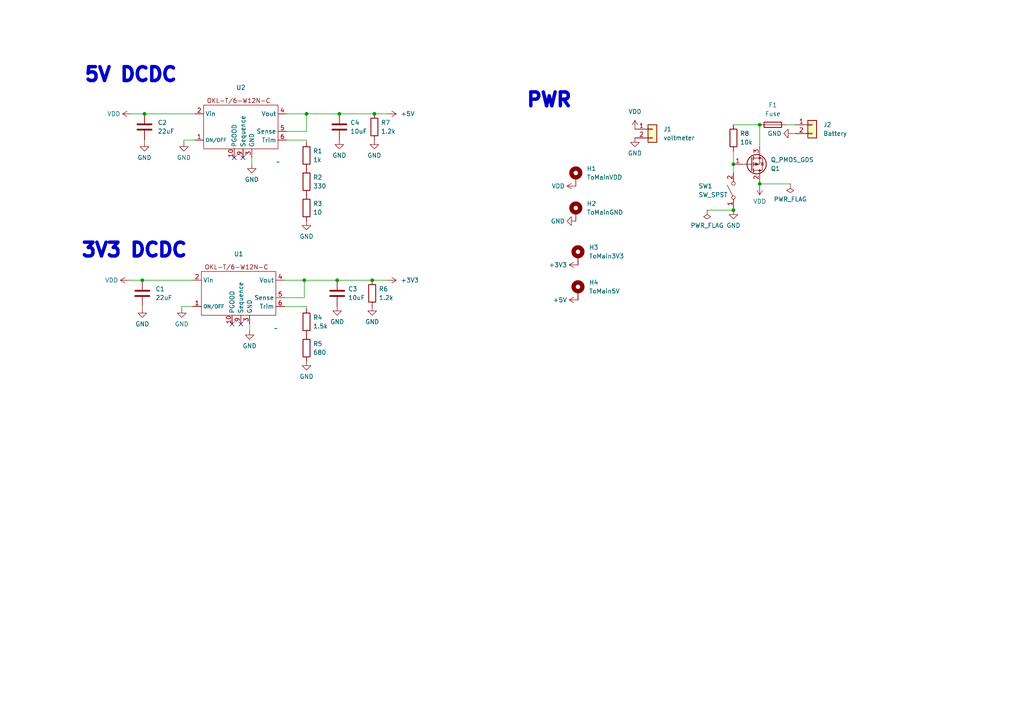
<source format=kicad_sch>
(kicad_sch (version 20230121) (generator eeschema)

  (uuid d90cef91-1e80-4d94-96a4-2a396e13952b)

  (paper "A4")

  (lib_symbols
    (symbol "Connector_Generic:Conn_01x02" (pin_names (offset 1.016) hide) (in_bom yes) (on_board yes)
      (property "Reference" "J" (at 0 2.54 0)
        (effects (font (size 1.27 1.27)))
      )
      (property "Value" "Conn_01x02" (at 0 -5.08 0)
        (effects (font (size 1.27 1.27)))
      )
      (property "Footprint" "" (at 0 0 0)
        (effects (font (size 1.27 1.27)) hide)
      )
      (property "Datasheet" "~" (at 0 0 0)
        (effects (font (size 1.27 1.27)) hide)
      )
      (property "ki_keywords" "connector" (at 0 0 0)
        (effects (font (size 1.27 1.27)) hide)
      )
      (property "ki_description" "Generic connector, single row, 01x02, script generated (kicad-library-utils/schlib/autogen/connector/)" (at 0 0 0)
        (effects (font (size 1.27 1.27)) hide)
      )
      (property "ki_fp_filters" "Connector*:*_1x??_*" (at 0 0 0)
        (effects (font (size 1.27 1.27)) hide)
      )
      (symbol "Conn_01x02_1_1"
        (rectangle (start -1.27 -2.413) (end 0 -2.667)
          (stroke (width 0.1524) (type default))
          (fill (type none))
        )
        (rectangle (start -1.27 0.127) (end 0 -0.127)
          (stroke (width 0.1524) (type default))
          (fill (type none))
        )
        (rectangle (start -1.27 1.27) (end 1.27 -3.81)
          (stroke (width 0.254) (type default))
          (fill (type background))
        )
        (pin passive line (at -5.08 0 0) (length 3.81)
          (name "Pin_1" (effects (font (size 1.27 1.27))))
          (number "1" (effects (font (size 1.27 1.27))))
        )
        (pin passive line (at -5.08 -2.54 0) (length 3.81)
          (name "Pin_2" (effects (font (size 1.27 1.27))))
          (number "2" (effects (font (size 1.27 1.27))))
        )
      )
    )
    (symbol "Device:C" (pin_numbers hide) (pin_names (offset 0.254)) (in_bom yes) (on_board yes)
      (property "Reference" "C" (at 0.635 2.54 0)
        (effects (font (size 1.27 1.27)) (justify left))
      )
      (property "Value" "C" (at 0.635 -2.54 0)
        (effects (font (size 1.27 1.27)) (justify left))
      )
      (property "Footprint" "" (at 0.9652 -3.81 0)
        (effects (font (size 1.27 1.27)) hide)
      )
      (property "Datasheet" "~" (at 0 0 0)
        (effects (font (size 1.27 1.27)) hide)
      )
      (property "ki_keywords" "cap capacitor" (at 0 0 0)
        (effects (font (size 1.27 1.27)) hide)
      )
      (property "ki_description" "Unpolarized capacitor" (at 0 0 0)
        (effects (font (size 1.27 1.27)) hide)
      )
      (property "ki_fp_filters" "C_*" (at 0 0 0)
        (effects (font (size 1.27 1.27)) hide)
      )
      (symbol "C_0_1"
        (polyline
          (pts
            (xy -2.032 -0.762)
            (xy 2.032 -0.762)
          )
          (stroke (width 0.508) (type default))
          (fill (type none))
        )
        (polyline
          (pts
            (xy -2.032 0.762)
            (xy 2.032 0.762)
          )
          (stroke (width 0.508) (type default))
          (fill (type none))
        )
      )
      (symbol "C_1_1"
        (pin passive line (at 0 3.81 270) (length 2.794)
          (name "~" (effects (font (size 1.27 1.27))))
          (number "1" (effects (font (size 1.27 1.27))))
        )
        (pin passive line (at 0 -3.81 90) (length 2.794)
          (name "~" (effects (font (size 1.27 1.27))))
          (number "2" (effects (font (size 1.27 1.27))))
        )
      )
    )
    (symbol "Device:Fuse" (pin_numbers hide) (pin_names (offset 0)) (in_bom yes) (on_board yes)
      (property "Reference" "F" (at 2.032 0 90)
        (effects (font (size 1.27 1.27)))
      )
      (property "Value" "Fuse" (at -1.905 0 90)
        (effects (font (size 1.27 1.27)))
      )
      (property "Footprint" "" (at -1.778 0 90)
        (effects (font (size 1.27 1.27)) hide)
      )
      (property "Datasheet" "~" (at 0 0 0)
        (effects (font (size 1.27 1.27)) hide)
      )
      (property "ki_keywords" "fuse" (at 0 0 0)
        (effects (font (size 1.27 1.27)) hide)
      )
      (property "ki_description" "Fuse" (at 0 0 0)
        (effects (font (size 1.27 1.27)) hide)
      )
      (property "ki_fp_filters" "*Fuse*" (at 0 0 0)
        (effects (font (size 1.27 1.27)) hide)
      )
      (symbol "Fuse_0_1"
        (rectangle (start -0.762 -2.54) (end 0.762 2.54)
          (stroke (width 0.254) (type default))
          (fill (type none))
        )
        (polyline
          (pts
            (xy 0 2.54)
            (xy 0 -2.54)
          )
          (stroke (width 0) (type default))
          (fill (type none))
        )
      )
      (symbol "Fuse_1_1"
        (pin passive line (at 0 3.81 270) (length 1.27)
          (name "~" (effects (font (size 1.27 1.27))))
          (number "1" (effects (font (size 1.27 1.27))))
        )
        (pin passive line (at 0 -3.81 90) (length 1.27)
          (name "~" (effects (font (size 1.27 1.27))))
          (number "2" (effects (font (size 1.27 1.27))))
        )
      )
    )
    (symbol "Device:Q_PMOS_GDS" (pin_names (offset 0) hide) (in_bom yes) (on_board yes)
      (property "Reference" "Q" (at 5.08 1.27 0)
        (effects (font (size 1.27 1.27)) (justify left))
      )
      (property "Value" "Q_PMOS_GDS" (at 5.08 -1.27 0)
        (effects (font (size 1.27 1.27)) (justify left))
      )
      (property "Footprint" "" (at 5.08 2.54 0)
        (effects (font (size 1.27 1.27)) hide)
      )
      (property "Datasheet" "~" (at 0 0 0)
        (effects (font (size 1.27 1.27)) hide)
      )
      (property "ki_keywords" "transistor PMOS P-MOS P-MOSFET" (at 0 0 0)
        (effects (font (size 1.27 1.27)) hide)
      )
      (property "ki_description" "P-MOSFET transistor, gate/drain/source" (at 0 0 0)
        (effects (font (size 1.27 1.27)) hide)
      )
      (symbol "Q_PMOS_GDS_0_1"
        (polyline
          (pts
            (xy 0.254 0)
            (xy -2.54 0)
          )
          (stroke (width 0) (type default))
          (fill (type none))
        )
        (polyline
          (pts
            (xy 0.254 1.905)
            (xy 0.254 -1.905)
          )
          (stroke (width 0.254) (type default))
          (fill (type none))
        )
        (polyline
          (pts
            (xy 0.762 -1.27)
            (xy 0.762 -2.286)
          )
          (stroke (width 0.254) (type default))
          (fill (type none))
        )
        (polyline
          (pts
            (xy 0.762 0.508)
            (xy 0.762 -0.508)
          )
          (stroke (width 0.254) (type default))
          (fill (type none))
        )
        (polyline
          (pts
            (xy 0.762 2.286)
            (xy 0.762 1.27)
          )
          (stroke (width 0.254) (type default))
          (fill (type none))
        )
        (polyline
          (pts
            (xy 2.54 2.54)
            (xy 2.54 1.778)
          )
          (stroke (width 0) (type default))
          (fill (type none))
        )
        (polyline
          (pts
            (xy 2.54 -2.54)
            (xy 2.54 0)
            (xy 0.762 0)
          )
          (stroke (width 0) (type default))
          (fill (type none))
        )
        (polyline
          (pts
            (xy 0.762 1.778)
            (xy 3.302 1.778)
            (xy 3.302 -1.778)
            (xy 0.762 -1.778)
          )
          (stroke (width 0) (type default))
          (fill (type none))
        )
        (polyline
          (pts
            (xy 2.286 0)
            (xy 1.27 0.381)
            (xy 1.27 -0.381)
            (xy 2.286 0)
          )
          (stroke (width 0) (type default))
          (fill (type outline))
        )
        (polyline
          (pts
            (xy 2.794 -0.508)
            (xy 2.921 -0.381)
            (xy 3.683 -0.381)
            (xy 3.81 -0.254)
          )
          (stroke (width 0) (type default))
          (fill (type none))
        )
        (polyline
          (pts
            (xy 3.302 -0.381)
            (xy 2.921 0.254)
            (xy 3.683 0.254)
            (xy 3.302 -0.381)
          )
          (stroke (width 0) (type default))
          (fill (type none))
        )
        (circle (center 1.651 0) (radius 2.794)
          (stroke (width 0.254) (type default))
          (fill (type none))
        )
        (circle (center 2.54 -1.778) (radius 0.254)
          (stroke (width 0) (type default))
          (fill (type outline))
        )
        (circle (center 2.54 1.778) (radius 0.254)
          (stroke (width 0) (type default))
          (fill (type outline))
        )
      )
      (symbol "Q_PMOS_GDS_1_1"
        (pin input line (at -5.08 0 0) (length 2.54)
          (name "G" (effects (font (size 1.27 1.27))))
          (number "1" (effects (font (size 1.27 1.27))))
        )
        (pin passive line (at 2.54 5.08 270) (length 2.54)
          (name "D" (effects (font (size 1.27 1.27))))
          (number "2" (effects (font (size 1.27 1.27))))
        )
        (pin passive line (at 2.54 -5.08 90) (length 2.54)
          (name "S" (effects (font (size 1.27 1.27))))
          (number "3" (effects (font (size 1.27 1.27))))
        )
      )
    )
    (symbol "Device:R" (pin_numbers hide) (pin_names (offset 0)) (in_bom yes) (on_board yes)
      (property "Reference" "R" (at 2.032 0 90)
        (effects (font (size 1.27 1.27)))
      )
      (property "Value" "R" (at 0 0 90)
        (effects (font (size 1.27 1.27)))
      )
      (property "Footprint" "" (at -1.778 0 90)
        (effects (font (size 1.27 1.27)) hide)
      )
      (property "Datasheet" "~" (at 0 0 0)
        (effects (font (size 1.27 1.27)) hide)
      )
      (property "ki_keywords" "R res resistor" (at 0 0 0)
        (effects (font (size 1.27 1.27)) hide)
      )
      (property "ki_description" "Resistor" (at 0 0 0)
        (effects (font (size 1.27 1.27)) hide)
      )
      (property "ki_fp_filters" "R_*" (at 0 0 0)
        (effects (font (size 1.27 1.27)) hide)
      )
      (symbol "R_0_1"
        (rectangle (start -1.016 -2.54) (end 1.016 2.54)
          (stroke (width 0.254) (type default))
          (fill (type none))
        )
      )
      (symbol "R_1_1"
        (pin passive line (at 0 3.81 270) (length 1.27)
          (name "~" (effects (font (size 1.27 1.27))))
          (number "1" (effects (font (size 1.27 1.27))))
        )
        (pin passive line (at 0 -3.81 90) (length 1.27)
          (name "~" (effects (font (size 1.27 1.27))))
          (number "2" (effects (font (size 1.27 1.27))))
        )
      )
    )
    (symbol "Mechanical:MountingHole_Pad" (pin_numbers hide) (pin_names (offset 1.016) hide) (in_bom yes) (on_board yes)
      (property "Reference" "H" (at 0 6.35 0)
        (effects (font (size 1.27 1.27)))
      )
      (property "Value" "MountingHole_Pad" (at 0 4.445 0)
        (effects (font (size 1.27 1.27)))
      )
      (property "Footprint" "" (at 0 0 0)
        (effects (font (size 1.27 1.27)) hide)
      )
      (property "Datasheet" "~" (at 0 0 0)
        (effects (font (size 1.27 1.27)) hide)
      )
      (property "ki_keywords" "mounting hole" (at 0 0 0)
        (effects (font (size 1.27 1.27)) hide)
      )
      (property "ki_description" "Mounting Hole with connection" (at 0 0 0)
        (effects (font (size 1.27 1.27)) hide)
      )
      (property "ki_fp_filters" "MountingHole*Pad*" (at 0 0 0)
        (effects (font (size 1.27 1.27)) hide)
      )
      (symbol "MountingHole_Pad_0_1"
        (circle (center 0 1.27) (radius 1.27)
          (stroke (width 1.27) (type default))
          (fill (type none))
        )
      )
      (symbol "MountingHole_Pad_1_1"
        (pin input line (at 0 -2.54 90) (length 2.54)
          (name "1" (effects (font (size 1.27 1.27))))
          (number "1" (effects (font (size 1.27 1.27))))
        )
      )
    )
    (symbol "Switch:SW_SPST" (pin_names (offset 0) hide) (in_bom yes) (on_board yes)
      (property "Reference" "SW" (at 0 3.175 0)
        (effects (font (size 1.27 1.27)))
      )
      (property "Value" "SW_SPST" (at 0 -2.54 0)
        (effects (font (size 1.27 1.27)))
      )
      (property "Footprint" "" (at 0 0 0)
        (effects (font (size 1.27 1.27)) hide)
      )
      (property "Datasheet" "~" (at 0 0 0)
        (effects (font (size 1.27 1.27)) hide)
      )
      (property "ki_keywords" "switch lever" (at 0 0 0)
        (effects (font (size 1.27 1.27)) hide)
      )
      (property "ki_description" "Single Pole Single Throw (SPST) switch" (at 0 0 0)
        (effects (font (size 1.27 1.27)) hide)
      )
      (symbol "SW_SPST_0_0"
        (circle (center -2.032 0) (radius 0.508)
          (stroke (width 0) (type default))
          (fill (type none))
        )
        (polyline
          (pts
            (xy -1.524 0.254)
            (xy 1.524 1.778)
          )
          (stroke (width 0) (type default))
          (fill (type none))
        )
        (circle (center 2.032 0) (radius 0.508)
          (stroke (width 0) (type default))
          (fill (type none))
        )
      )
      (symbol "SW_SPST_1_1"
        (pin passive line (at -5.08 0 0) (length 2.54)
          (name "A" (effects (font (size 1.27 1.27))))
          (number "1" (effects (font (size 1.27 1.27))))
        )
        (pin passive line (at 5.08 0 180) (length 2.54)
          (name "B" (effects (font (size 1.27 1.27))))
          (number "2" (effects (font (size 1.27 1.27))))
        )
      )
    )
    (symbol "akiduki:OKL-T/6-W12N-C" (in_bom yes) (on_board yes)
      (property "Reference" "U" (at 10.16 11.43 0)
        (effects (font (size 1.27 1.27)))
      )
      (property "Value" "" (at 10.16 -6.35 0)
        (effects (font (size 1.27 1.27)))
      )
      (property "Footprint" "Akiduki:OKL-T6-W12N-C" (at 15.875 -4.445 0)
        (effects (font (size 1.27 1.27)) hide)
      )
      (property "Datasheet" "" (at 10.16 -6.35 0)
        (effects (font (size 1.27 1.27)) hide)
      )
      (symbol "OKL-T/6-W12N-C_1_1"
        (rectangle (start 10.16 -2.54) (end -11.43 10.16)
          (stroke (width 0) (type default))
          (fill (type none))
        )
        (text "OKL-T/6-W12N-C" (at -1.27 11.43 0)
          (effects (font (size 1.27 1.27)))
        )
        (pin input line (at -13.97 0 0) (length 2.54)
          (name "ON/OFF" (effects (font (size 1.016 1.016))))
          (number "1" (effects (font (size 1.27 1.27))))
        )
        (pin passive line (at -2.54 -5.08 90) (length 2.54)
          (name "PGOOD" (effects (font (size 1.27 1.27))))
          (number "10" (effects (font (size 1.27 1.27))))
        )
        (pin no_connect line (at -13.97 2.54 0) (length 2.54) hide
          (name "N.C." (effects (font (size 1.27 1.27))))
          (number "11" (effects (font (size 1.27 1.27))))
        )
        (pin no_connect line (at 12.7 5.08 180) (length 2.54) hide
          (name "N.C." (effects (font (size 1.27 1.27))))
          (number "12" (effects (font (size 1.27 1.27))))
        )
        (pin power_in line (at -13.97 7.62 0) (length 2.54)
          (name "Vin" (effects (font (size 1.27 1.27))))
          (number "2" (effects (font (size 1.27 1.27))))
        )
        (pin power_in line (at 2.54 -5.08 90) (length 2.54)
          (name "GND" (effects (font (size 1.27 1.27))))
          (number "3" (effects (font (size 1.27 1.27))))
        )
        (pin power_out line (at 12.7 7.62 180) (length 2.54)
          (name "Vout" (effects (font (size 1.27 1.27))))
          (number "4" (effects (font (size 1.27 1.27))))
        )
        (pin input line (at 12.7 2.54 180) (length 2.54)
          (name "Sense" (effects (font (size 1.27 1.27))))
          (number "5" (effects (font (size 1.27 1.27))))
        )
        (pin input line (at 12.7 0 180) (length 2.54)
          (name "Trim" (effects (font (size 1.27 1.27))))
          (number "6" (effects (font (size 1.27 1.27))))
        )
        (pin power_in line (at 2.54 -5.08 90) (length 2.54) hide
          (name "GND" (effects (font (size 1.27 1.27))))
          (number "7" (effects (font (size 1.27 1.27))))
        )
        (pin no_connect line (at -13.97 5.08 0) (length 2.54) hide
          (name "N.C." (effects (font (size 1.27 1.27))))
          (number "8" (effects (font (size 1.27 1.27))))
        )
        (pin passive line (at 0 -5.08 90) (length 2.54)
          (name "Sequence" (effects (font (size 1.27 1.27))))
          (number "9" (effects (font (size 1.27 1.27))))
        )
      )
    )
    (symbol "power:+3V3" (power) (pin_names (offset 0)) (in_bom yes) (on_board yes)
      (property "Reference" "#PWR" (at 0 -3.81 0)
        (effects (font (size 1.27 1.27)) hide)
      )
      (property "Value" "+3V3" (at 0 3.556 0)
        (effects (font (size 1.27 1.27)))
      )
      (property "Footprint" "" (at 0 0 0)
        (effects (font (size 1.27 1.27)) hide)
      )
      (property "Datasheet" "" (at 0 0 0)
        (effects (font (size 1.27 1.27)) hide)
      )
      (property "ki_keywords" "global power" (at 0 0 0)
        (effects (font (size 1.27 1.27)) hide)
      )
      (property "ki_description" "Power symbol creates a global label with name \"+3V3\"" (at 0 0 0)
        (effects (font (size 1.27 1.27)) hide)
      )
      (symbol "+3V3_0_1"
        (polyline
          (pts
            (xy -0.762 1.27)
            (xy 0 2.54)
          )
          (stroke (width 0) (type default))
          (fill (type none))
        )
        (polyline
          (pts
            (xy 0 0)
            (xy 0 2.54)
          )
          (stroke (width 0) (type default))
          (fill (type none))
        )
        (polyline
          (pts
            (xy 0 2.54)
            (xy 0.762 1.27)
          )
          (stroke (width 0) (type default))
          (fill (type none))
        )
      )
      (symbol "+3V3_1_1"
        (pin power_in line (at 0 0 90) (length 0) hide
          (name "+3V3" (effects (font (size 1.27 1.27))))
          (number "1" (effects (font (size 1.27 1.27))))
        )
      )
    )
    (symbol "power:+5V" (power) (pin_names (offset 0)) (in_bom yes) (on_board yes)
      (property "Reference" "#PWR" (at 0 -3.81 0)
        (effects (font (size 1.27 1.27)) hide)
      )
      (property "Value" "+5V" (at 0 3.556 0)
        (effects (font (size 1.27 1.27)))
      )
      (property "Footprint" "" (at 0 0 0)
        (effects (font (size 1.27 1.27)) hide)
      )
      (property "Datasheet" "" (at 0 0 0)
        (effects (font (size 1.27 1.27)) hide)
      )
      (property "ki_keywords" "global power" (at 0 0 0)
        (effects (font (size 1.27 1.27)) hide)
      )
      (property "ki_description" "Power symbol creates a global label with name \"+5V\"" (at 0 0 0)
        (effects (font (size 1.27 1.27)) hide)
      )
      (symbol "+5V_0_1"
        (polyline
          (pts
            (xy -0.762 1.27)
            (xy 0 2.54)
          )
          (stroke (width 0) (type default))
          (fill (type none))
        )
        (polyline
          (pts
            (xy 0 0)
            (xy 0 2.54)
          )
          (stroke (width 0) (type default))
          (fill (type none))
        )
        (polyline
          (pts
            (xy 0 2.54)
            (xy 0.762 1.27)
          )
          (stroke (width 0) (type default))
          (fill (type none))
        )
      )
      (symbol "+5V_1_1"
        (pin power_in line (at 0 0 90) (length 0) hide
          (name "+5V" (effects (font (size 1.27 1.27))))
          (number "1" (effects (font (size 1.27 1.27))))
        )
      )
    )
    (symbol "power:GND" (power) (pin_names (offset 0)) (in_bom yes) (on_board yes)
      (property "Reference" "#PWR" (at 0 -6.35 0)
        (effects (font (size 1.27 1.27)) hide)
      )
      (property "Value" "GND" (at 0 -3.81 0)
        (effects (font (size 1.27 1.27)))
      )
      (property "Footprint" "" (at 0 0 0)
        (effects (font (size 1.27 1.27)) hide)
      )
      (property "Datasheet" "" (at 0 0 0)
        (effects (font (size 1.27 1.27)) hide)
      )
      (property "ki_keywords" "global power" (at 0 0 0)
        (effects (font (size 1.27 1.27)) hide)
      )
      (property "ki_description" "Power symbol creates a global label with name \"GND\" , ground" (at 0 0 0)
        (effects (font (size 1.27 1.27)) hide)
      )
      (symbol "GND_0_1"
        (polyline
          (pts
            (xy 0 0)
            (xy 0 -1.27)
            (xy 1.27 -1.27)
            (xy 0 -2.54)
            (xy -1.27 -1.27)
            (xy 0 -1.27)
          )
          (stroke (width 0) (type default))
          (fill (type none))
        )
      )
      (symbol "GND_1_1"
        (pin power_in line (at 0 0 270) (length 0) hide
          (name "GND" (effects (font (size 1.27 1.27))))
          (number "1" (effects (font (size 1.27 1.27))))
        )
      )
    )
    (symbol "power:PWR_FLAG" (power) (pin_numbers hide) (pin_names (offset 0) hide) (in_bom yes) (on_board yes)
      (property "Reference" "#FLG" (at 0 1.905 0)
        (effects (font (size 1.27 1.27)) hide)
      )
      (property "Value" "PWR_FLAG" (at 0 3.81 0)
        (effects (font (size 1.27 1.27)))
      )
      (property "Footprint" "" (at 0 0 0)
        (effects (font (size 1.27 1.27)) hide)
      )
      (property "Datasheet" "~" (at 0 0 0)
        (effects (font (size 1.27 1.27)) hide)
      )
      (property "ki_keywords" "flag power" (at 0 0 0)
        (effects (font (size 1.27 1.27)) hide)
      )
      (property "ki_description" "Special symbol for telling ERC where power comes from" (at 0 0 0)
        (effects (font (size 1.27 1.27)) hide)
      )
      (symbol "PWR_FLAG_0_0"
        (pin power_out line (at 0 0 90) (length 0)
          (name "pwr" (effects (font (size 1.27 1.27))))
          (number "1" (effects (font (size 1.27 1.27))))
        )
      )
      (symbol "PWR_FLAG_0_1"
        (polyline
          (pts
            (xy 0 0)
            (xy 0 1.27)
            (xy -1.016 1.905)
            (xy 0 2.54)
            (xy 1.016 1.905)
            (xy 0 1.27)
          )
          (stroke (width 0) (type default))
          (fill (type none))
        )
      )
    )
    (symbol "power:VDD" (power) (pin_names (offset 0)) (in_bom yes) (on_board yes)
      (property "Reference" "#PWR" (at 0 -3.81 0)
        (effects (font (size 1.27 1.27)) hide)
      )
      (property "Value" "VDD" (at 0 3.81 0)
        (effects (font (size 1.27 1.27)))
      )
      (property "Footprint" "" (at 0 0 0)
        (effects (font (size 1.27 1.27)) hide)
      )
      (property "Datasheet" "" (at 0 0 0)
        (effects (font (size 1.27 1.27)) hide)
      )
      (property "ki_keywords" "global power" (at 0 0 0)
        (effects (font (size 1.27 1.27)) hide)
      )
      (property "ki_description" "Power symbol creates a global label with name \"VDD\"" (at 0 0 0)
        (effects (font (size 1.27 1.27)) hide)
      )
      (symbol "VDD_0_1"
        (polyline
          (pts
            (xy -0.762 1.27)
            (xy 0 2.54)
          )
          (stroke (width 0) (type default))
          (fill (type none))
        )
        (polyline
          (pts
            (xy 0 0)
            (xy 0 2.54)
          )
          (stroke (width 0) (type default))
          (fill (type none))
        )
        (polyline
          (pts
            (xy 0 2.54)
            (xy 0.762 1.27)
          )
          (stroke (width 0) (type default))
          (fill (type none))
        )
      )
      (symbol "VDD_1_1"
        (pin power_in line (at 0 0 90) (length 0) hide
          (name "VDD" (effects (font (size 1.27 1.27))))
          (number "1" (effects (font (size 1.27 1.27))))
        )
      )
    )
  )

  (junction (at 41.275 81.28) (diameter 0) (color 0 0 0 0)
    (uuid 0db17d88-34a8-44a6-87b8-a7e0e432953b)
  )
  (junction (at 97.79 81.28) (diameter 0) (color 0 0 0 0)
    (uuid 1ec62c1e-9d28-493e-93d9-2088d50a6541)
  )
  (junction (at 98.425 33.02) (diameter 0) (color 0 0 0 0)
    (uuid 23adcc09-22de-4d5d-a871-546706ccef5c)
  )
  (junction (at 107.95 81.28) (diameter 0) (color 0 0 0 0)
    (uuid 24d12de3-feee-45b8-a9d8-7af3eb0a7283)
  )
  (junction (at 88.265 81.28) (diameter 0) (color 0 0 0 0)
    (uuid 2f3afbd8-d4e9-4819-aee9-31725d443a3f)
  )
  (junction (at 220.345 36.195) (diameter 0) (color 0 0 0 0)
    (uuid 5c7cd1ba-123b-4db7-aa7a-e621fc522de6)
  )
  (junction (at 220.345 53.34) (diameter 0) (color 0 0 0 0)
    (uuid 689abfb3-f7cc-4178-ab93-dfba3820cde3)
  )
  (junction (at 88.9 33.02) (diameter 0) (color 0 0 0 0)
    (uuid a41fdddc-9925-425d-b8b3-903fdc3ae527)
  )
  (junction (at 41.91 33.02) (diameter 0) (color 0 0 0 0)
    (uuid b4ef0a66-3247-4b36-8dd1-607345e0ffe3)
  )
  (junction (at 212.725 60.96) (diameter 0) (color 0 0 0 0)
    (uuid efe46fd5-719b-4177-afe1-ddfc843e45c4)
  )
  (junction (at 212.725 47.625) (diameter 0) (color 0 0 0 0)
    (uuid f43e4ba6-d132-4dc7-861f-0519eb3e5ecc)
  )
  (junction (at 108.585 33.02) (diameter 0) (color 0 0 0 0)
    (uuid f9a29d41-40e0-427b-9f4e-bcae9fd442f6)
  )

  (no_connect (at 70.485 45.72) (uuid 0d5b7ce5-bb8a-42a9-8cdf-9dbcc8c687ad))
  (no_connect (at 69.85 93.98) (uuid 63412e24-ee35-405f-824c-cdbae4d092c2))
  (no_connect (at 67.31 93.98) (uuid aea853f2-e743-4b2c-a683-d1ffc63a3d97))
  (no_connect (at 67.945 45.72) (uuid e974e630-710b-4d9d-9b6b-8138c7bece8d))

  (wire (pts (xy 83.185 33.02) (xy 88.9 33.02))
    (stroke (width 0) (type default))
    (uuid 0053523d-b9b4-4429-a16f-8e43e811ea4b)
  )
  (wire (pts (xy 53.34 41.275) (xy 53.34 40.64))
    (stroke (width 0) (type default))
    (uuid 04df0f5e-2262-4e02-9a55-429e938bb6fa)
  )
  (wire (pts (xy 88.9 33.02) (xy 98.425 33.02))
    (stroke (width 0) (type default))
    (uuid 076debef-7ed4-42c7-be95-20f3682ea186)
  )
  (wire (pts (xy 88.265 81.28) (xy 97.79 81.28))
    (stroke (width 0) (type default))
    (uuid 08c8a106-2533-4a1a-ac62-4427e9f7c31b)
  )
  (wire (pts (xy 52.705 89.535) (xy 52.705 88.9))
    (stroke (width 0) (type default))
    (uuid 19ed41cb-2664-4b5b-a0f6-53cb729389df)
  )
  (wire (pts (xy 88.9 38.1) (xy 88.9 33.02))
    (stroke (width 0) (type default))
    (uuid 1be1e389-2389-4e38-b19b-416e761523f8)
  )
  (wire (pts (xy 97.79 81.28) (xy 107.95 81.28))
    (stroke (width 0) (type default))
    (uuid 24598ce4-2daf-4f07-9d6e-d3118e88c4d0)
  )
  (wire (pts (xy 107.95 81.28) (xy 112.395 81.28))
    (stroke (width 0) (type default))
    (uuid 2529bf2e-0382-4df4-98a4-203424f75b03)
  )
  (wire (pts (xy 108.585 33.02) (xy 112.395 33.02))
    (stroke (width 0) (type default))
    (uuid 2af07d78-e220-49af-8155-461b03096540)
  )
  (wire (pts (xy 53.34 40.64) (xy 56.515 40.64))
    (stroke (width 0) (type default))
    (uuid 3a222609-29ab-45a9-bd2b-aa31b96892f3)
  )
  (wire (pts (xy 41.275 89.535) (xy 41.275 88.9))
    (stroke (width 0) (type default))
    (uuid 3bf30ac8-88e7-4d96-9b2f-789f45ec7bd3)
  )
  (wire (pts (xy 230.505 38.735) (xy 229.87 38.735))
    (stroke (width 0) (type default))
    (uuid 43cdf0fe-ee36-4e8e-bd23-65faf219794a)
  )
  (wire (pts (xy 212.725 43.815) (xy 212.725 47.625))
    (stroke (width 0) (type default))
    (uuid 4791848e-2d0f-4737-a61d-d41cdfcb7d9a)
  )
  (wire (pts (xy 88.9 40.64) (xy 83.185 40.64))
    (stroke (width 0) (type default))
    (uuid 48269ff5-7297-45aa-a692-740573626fad)
  )
  (wire (pts (xy 212.725 36.195) (xy 220.345 36.195))
    (stroke (width 0) (type default))
    (uuid 49387052-0366-4485-8be0-10a5f27435c0)
  )
  (wire (pts (xy 88.9 41.275) (xy 88.9 40.64))
    (stroke (width 0) (type default))
    (uuid 5d8aaedb-2e18-4b5c-9609-8ce1b017b85e)
  )
  (wire (pts (xy 230.505 36.195) (xy 227.965 36.195))
    (stroke (width 0) (type default))
    (uuid 610fdf13-fd83-4a1a-b71f-645fb4ca2d46)
  )
  (wire (pts (xy 220.345 52.705) (xy 220.345 53.34))
    (stroke (width 0) (type default))
    (uuid 68c699b4-0f1c-40ba-b20e-ea4ceabd3431)
  )
  (wire (pts (xy 82.55 86.36) (xy 88.265 86.36))
    (stroke (width 0) (type default))
    (uuid 695376f7-4500-407a-91a0-c5d420c13d12)
  )
  (wire (pts (xy 212.725 60.96) (xy 212.725 60.325))
    (stroke (width 0) (type default))
    (uuid 75f92c27-8f9d-4d21-8677-1d7d2e6cd14a)
  )
  (wire (pts (xy 72.39 95.885) (xy 72.39 93.98))
    (stroke (width 0) (type default))
    (uuid 80699ae0-091b-41a0-b7a8-233236efba12)
  )
  (wire (pts (xy 220.345 53.34) (xy 220.345 53.975))
    (stroke (width 0) (type default))
    (uuid 89c0e36c-2f39-402b-9afd-b7825ebf23fd)
  )
  (wire (pts (xy 229.235 53.34) (xy 220.345 53.34))
    (stroke (width 0) (type default))
    (uuid 8a6a6b3c-3756-4646-ab04-f05832efad75)
  )
  (wire (pts (xy 88.265 86.36) (xy 88.265 81.28))
    (stroke (width 0) (type default))
    (uuid 8daa3d94-94e3-4c0f-9ea4-60d33ff2117c)
  )
  (wire (pts (xy 83.185 38.1) (xy 88.9 38.1))
    (stroke (width 0) (type default))
    (uuid 92812df7-04f5-4cbc-98a2-6cafbd7b20bc)
  )
  (wire (pts (xy 41.275 81.28) (xy 55.88 81.28))
    (stroke (width 0) (type default))
    (uuid 96414c36-b2fc-4c38-b466-70c1857d1106)
  )
  (wire (pts (xy 52.705 88.9) (xy 55.88 88.9))
    (stroke (width 0) (type default))
    (uuid 96a041e8-5de0-4b52-ac07-6f8638d76c59)
  )
  (wire (pts (xy 98.425 33.02) (xy 108.585 33.02))
    (stroke (width 0) (type default))
    (uuid 9d9c2917-2c92-443c-a404-2f48e33236b5)
  )
  (wire (pts (xy 88.9 89.535) (xy 88.9 88.9))
    (stroke (width 0) (type default))
    (uuid a198dd14-0cad-4dc2-ad69-7040cf00053e)
  )
  (wire (pts (xy 73.025 47.625) (xy 73.025 45.72))
    (stroke (width 0) (type default))
    (uuid ada9ae33-32f3-458b-b909-5f91b26391c5)
  )
  (wire (pts (xy 38.1 33.02) (xy 41.91 33.02))
    (stroke (width 0) (type default))
    (uuid b640e019-9623-4a2a-afff-4d40b0f6355a)
  )
  (wire (pts (xy 41.91 33.02) (xy 56.515 33.02))
    (stroke (width 0) (type default))
    (uuid bd2fc5f3-1aa5-4063-b3e7-5b3d196e07f4)
  )
  (wire (pts (xy 37.465 81.28) (xy 41.275 81.28))
    (stroke (width 0) (type default))
    (uuid c86f1cb3-4e2c-46fe-9243-e112aed264b2)
  )
  (wire (pts (xy 220.345 36.195) (xy 220.345 42.545))
    (stroke (width 0) (type default))
    (uuid d14354c2-2fa9-43ea-92a2-a6eb1146ba31)
  )
  (wire (pts (xy 88.9 88.9) (xy 82.55 88.9))
    (stroke (width 0) (type default))
    (uuid d171e062-e810-4112-8423-14e22772f0df)
  )
  (wire (pts (xy 212.725 50.165) (xy 212.725 47.625))
    (stroke (width 0) (type default))
    (uuid daa6f2c1-75e5-4fa8-b9b8-57e4c6120602)
  )
  (wire (pts (xy 205.105 60.96) (xy 212.725 60.96))
    (stroke (width 0) (type default))
    (uuid e5f2c691-4e64-479a-97db-30e6ff581f64)
  )
  (wire (pts (xy 82.55 81.28) (xy 88.265 81.28))
    (stroke (width 0) (type default))
    (uuid e5f67b37-2e3f-4284-83b6-2986cc326b6d)
  )
  (wire (pts (xy 41.91 41.275) (xy 41.91 40.64))
    (stroke (width 0) (type default))
    (uuid ed070c06-308e-4435-b9bf-c9c2c355bcc3)
  )

  (text "3V3 DCDC" (at 23.25 75.025 0)
    (effects (font (size 4 4) (thickness 2) bold) (justify left bottom))
    (uuid 1ed5f860-374a-4867-ba91-884880c31fd3)
  )
  (text "PWR" (at 152.35 31.455 0)
    (effects (font (size 4 4) (thickness 2) bold) (justify left bottom))
    (uuid 490270fa-1046-47b4-a907-4a46a51b1ee6)
  )
  (text "5V DCDC\n" (at 24.13 24.13 0)
    (effects (font (size 4 4) (thickness 2) bold) (justify left bottom))
    (uuid f7acfceb-9de8-4c32-b933-c76766b25844)
  )

  (symbol (lib_id "Device:C") (at 41.91 36.83 0) (unit 1)
    (in_bom yes) (on_board yes) (dnp no) (fields_autoplaced)
    (uuid 06e3b09e-6c85-46f8-a706-41113eef343f)
    (property "Reference" "C9" (at 45.72 35.56 0)
      (effects (font (size 1.27 1.27)) (justify left))
    )
    (property "Value" "22uF" (at 45.72 38.1 0)
      (effects (font (size 1.27 1.27)) (justify left))
    )
    (property "Footprint" "Capacitor_SMD:C_0805_2012Metric" (at 42.8752 40.64 0)
      (effects (font (size 1.27 1.27)) hide)
    )
    (property "Datasheet" "~" (at 41.91 36.83 0)
      (effects (font (size 1.27 1.27)) hide)
    )
    (property "LCSC" "C45783" (at 41.91 36.83 0)
      (effects (font (size 1.27 1.27)) hide)
    )
    (pin "1" (uuid 539b7d87-0feb-4e89-bbe3-7119e6e69610))
    (pin "2" (uuid fc9e232c-ec4b-4b9a-8f2c-28cafe1bc407))
    (instances
      (project "04-PWR"
        (path "/5fb95203-1119-4f22-b8d1-f5feaaf529dd"
          (reference "C9") (unit 1)
        )
      )
      (project "05-PWR"
        (path "/88b1ede4-99cb-4604-8dda-0ab246c2fd79"
          (reference "C1") (unit 1)
        )
      )
      (project "05-PWR"
        (path "/d90cef91-1e80-4d94-96a4-2a396e13952b"
          (reference "C2") (unit 1)
        )
      )
    )
  )

  (symbol (lib_id "Device:R") (at 108.585 36.83 0) (unit 1)
    (in_bom yes) (on_board yes) (dnp no) (fields_autoplaced)
    (uuid 09c803f3-103e-4217-94ac-a0824f8ccbcd)
    (property "Reference" "R13" (at 110.49 35.56 0)
      (effects (font (size 1.27 1.27)) (justify left))
    )
    (property "Value" "1.2k" (at 110.49 38.1 0)
      (effects (font (size 1.27 1.27)) (justify left))
    )
    (property "Footprint" "Resistor_SMD:R_0603_1608Metric" (at 106.807 36.83 90)
      (effects (font (size 1.27 1.27)) hide)
    )
    (property "Datasheet" "~" (at 108.585 36.83 0)
      (effects (font (size 1.27 1.27)) hide)
    )
    (property "LCSC" "C22765" (at 108.585 36.83 0)
      (effects (font (size 1.27 1.27)) hide)
    )
    (pin "2" (uuid d7b31f60-1dcd-420c-b1ae-a6687655d121))
    (pin "1" (uuid 0a6ab5e6-22ff-4aae-b7c4-24242f8aa562))
    (instances
      (project "04-PWR"
        (path "/5fb95203-1119-4f22-b8d1-f5feaaf529dd"
          (reference "R13") (unit 1)
        )
      )
      (project "05-PWR"
        (path "/88b1ede4-99cb-4604-8dda-0ab246c2fd79"
          (reference "R4") (unit 1)
        )
      )
      (project "05-PWR"
        (path "/d90cef91-1e80-4d94-96a4-2a396e13952b"
          (reference "R7") (unit 1)
        )
      )
    )
  )

  (symbol (lib_id "Device:R") (at 88.9 100.965 0) (unit 1)
    (in_bom yes) (on_board yes) (dnp no) (fields_autoplaced)
    (uuid 0da70d1b-279d-4faf-a071-a473f6ff3fbd)
    (property "Reference" "R11" (at 90.805 99.695 0)
      (effects (font (size 1.27 1.27)) (justify left))
    )
    (property "Value" "680" (at 90.805 102.235 0)
      (effects (font (size 1.27 1.27)) (justify left))
    )
    (property "Footprint" "Resistor_SMD:R_0603_1608Metric" (at 87.122 100.965 90)
      (effects (font (size 1.27 1.27)) hide)
    )
    (property "Datasheet" "~" (at 88.9 100.965 0)
      (effects (font (size 1.27 1.27)) hide)
    )
    (property "LCSC" "C23228" (at 88.9 100.965 0)
      (effects (font (size 1.27 1.27)) hide)
    )
    (pin "2" (uuid 59d8945b-3ddf-46ba-b179-972aa66a7f2c))
    (pin "1" (uuid 74ff3ae7-77bb-42c8-8db8-ef82653cf150))
    (instances
      (project "04-PWR"
        (path "/5fb95203-1119-4f22-b8d1-f5feaaf529dd"
          (reference "R11") (unit 1)
        )
      )
      (project "05-PWR"
        (path "/88b1ede4-99cb-4604-8dda-0ab246c2fd79"
          (reference "R6") (unit 1)
        )
      )
      (project "05-PWR"
        (path "/d90cef91-1e80-4d94-96a4-2a396e13952b"
          (reference "R5") (unit 1)
        )
      )
    )
  )

  (symbol (lib_id "power:GND") (at 212.725 60.96 0) (unit 1)
    (in_bom yes) (on_board yes) (dnp no) (fields_autoplaced)
    (uuid 159939cc-df83-4fa5-95b3-b9246546f197)
    (property "Reference" "#PWR047" (at 212.725 67.31 0)
      (effects (font (size 1.27 1.27)) hide)
    )
    (property "Value" "GND" (at 212.725 65.405 0)
      (effects (font (size 1.27 1.27)))
    )
    (property "Footprint" "" (at 212.725 60.96 0)
      (effects (font (size 1.27 1.27)) hide)
    )
    (property "Datasheet" "" (at 212.725 60.96 0)
      (effects (font (size 1.27 1.27)) hide)
    )
    (pin "1" (uuid 00d8c4ba-3c98-4b29-a6e7-5f7ef89646c5))
    (instances
      (project "04-PWR"
        (path "/5fb95203-1119-4f22-b8d1-f5feaaf529dd"
          (reference "#PWR047") (unit 1)
        )
      )
      (project "05-PWR"
        (path "/88b1ede4-99cb-4604-8dda-0ab246c2fd79"
          (reference "#PWR039") (unit 1)
        )
      )
      (project "05-PWR"
        (path "/d90cef91-1e80-4d94-96a4-2a396e13952b"
          (reference "#PWR021") (unit 1)
        )
      )
    )
  )

  (symbol (lib_id "power:VDD") (at 220.345 53.975 180) (unit 1)
    (in_bom yes) (on_board yes) (dnp no) (fields_autoplaced)
    (uuid 17a5bfc9-7c7a-4e1e-ab1c-874fc14db8d1)
    (property "Reference" "#PWR050" (at 220.345 50.165 0)
      (effects (font (size 1.27 1.27)) hide)
    )
    (property "Value" "VDD" (at 220.345 58.42 0)
      (effects (font (size 1.27 1.27)))
    )
    (property "Footprint" "" (at 220.345 53.975 0)
      (effects (font (size 1.27 1.27)) hide)
    )
    (property "Datasheet" "" (at 220.345 53.975 0)
      (effects (font (size 1.27 1.27)) hide)
    )
    (pin "1" (uuid b2388e13-86e7-4939-9b8b-bc4a6790aa41))
    (instances
      (project "04-PWR"
        (path "/5fb95203-1119-4f22-b8d1-f5feaaf529dd"
          (reference "#PWR050") (unit 1)
        )
      )
      (project "05-PWR"
        (path "/88b1ede4-99cb-4604-8dda-0ab246c2fd79"
          (reference "#PWR01") (unit 1)
        )
      )
      (project "05-PWR"
        (path "/d90cef91-1e80-4d94-96a4-2a396e13952b"
          (reference "#PWR022") (unit 1)
        )
      )
    )
  )

  (symbol (lib_id "Device:C") (at 97.79 85.09 0) (unit 1)
    (in_bom yes) (on_board yes) (dnp no) (fields_autoplaced)
    (uuid 298f6d86-d319-4f02-95fb-a4af3b89f102)
    (property "Reference" "C10" (at 100.965 83.82 0)
      (effects (font (size 1.27 1.27)) (justify left))
    )
    (property "Value" "10uF" (at 100.965 86.36 0)
      (effects (font (size 1.27 1.27)) (justify left))
    )
    (property "Footprint" "Capacitor_SMD:C_0805_2012Metric" (at 98.7552 88.9 0)
      (effects (font (size 1.27 1.27)) hide)
    )
    (property "Datasheet" "~" (at 97.79 85.09 0)
      (effects (font (size 1.27 1.27)) hide)
    )
    (property "LCSC" "C15850" (at 97.79 85.09 0)
      (effects (font (size 1.27 1.27)) hide)
    )
    (pin "1" (uuid a5d612ab-da4a-49f8-8663-f55225c46020))
    (pin "2" (uuid a30ca475-e8b6-4081-955b-169672b9c955))
    (instances
      (project "04-PWR"
        (path "/5fb95203-1119-4f22-b8d1-f5feaaf529dd"
          (reference "C10") (unit 1)
        )
      )
      (project "05-PWR"
        (path "/88b1ede4-99cb-4604-8dda-0ab246c2fd79"
          (reference "C4") (unit 1)
        )
      )
      (project "05-PWR"
        (path "/d90cef91-1e80-4d94-96a4-2a396e13952b"
          (reference "C3") (unit 1)
        )
      )
    )
  )

  (symbol (lib_id "power:PWR_FLAG") (at 229.235 53.34 180) (unit 1)
    (in_bom yes) (on_board yes) (dnp no)
    (uuid 34d3de5a-3755-4246-991e-ab87aebf8e8f)
    (property "Reference" "#FLG02" (at 229.235 55.245 0)
      (effects (font (size 1.27 1.27)) hide)
    )
    (property "Value" "PWR_FLAG" (at 229.235 57.785 0)
      (effects (font (size 1.27 1.27)))
    )
    (property "Footprint" "" (at 229.235 53.34 0)
      (effects (font (size 1.27 1.27)) hide)
    )
    (property "Datasheet" "~" (at 229.235 53.34 0)
      (effects (font (size 1.27 1.27)) hide)
    )
    (pin "1" (uuid 3d27e5df-b064-4d43-8489-011e38208422))
    (instances
      (project "04-line_sub"
        (path "/25c57c6f-8e34-4d58-aed4-7bf8583eb86f"
          (reference "#FLG02") (unit 1)
        )
      )
      (project "02-LINE"
        (path "/35ef3fba-f15f-441c-9d76-e36f38a0c8a3"
          (reference "#FLG02") (unit 1)
        )
      )
      (project "04-PWR"
        (path "/5fb95203-1119-4f22-b8d1-f5feaaf529dd"
          (reference "#FLG02") (unit 1)
        )
      )
      (project "05-PWR"
        (path "/d90cef91-1e80-4d94-96a4-2a396e13952b"
          (reference "#FLG02") (unit 1)
        )
      )
    )
  )

  (symbol (lib_id "power:VDD") (at 38.1 33.02 90) (unit 1)
    (in_bom yes) (on_board yes) (dnp no) (fields_autoplaced)
    (uuid 439a7525-f353-4c9e-b0b8-c8eb2ccae6db)
    (property "Reference" "#PWR036" (at 41.91 33.02 0)
      (effects (font (size 1.27 1.27)) hide)
    )
    (property "Value" "VDD" (at 34.925 33.02 90)
      (effects (font (size 1.27 1.27)) (justify left))
    )
    (property "Footprint" "" (at 38.1 33.02 0)
      (effects (font (size 1.27 1.27)) hide)
    )
    (property "Datasheet" "" (at 38.1 33.02 0)
      (effects (font (size 1.27 1.27)) hide)
    )
    (pin "1" (uuid b1e56235-2c3b-475e-ba08-f8ae72f6f156))
    (instances
      (project "04-PWR"
        (path "/5fb95203-1119-4f22-b8d1-f5feaaf529dd"
          (reference "#PWR036") (unit 1)
        )
      )
      (project "05-PWR"
        (path "/88b1ede4-99cb-4604-8dda-0ab246c2fd79"
          (reference "#PWR014") (unit 1)
        )
      )
      (project "05-PWR"
        (path "/d90cef91-1e80-4d94-96a4-2a396e13952b"
          (reference "#PWR02") (unit 1)
        )
      )
    )
  )

  (symbol (lib_id "Device:Q_PMOS_GDS") (at 217.805 47.625 0) (mirror x) (unit 1)
    (in_bom yes) (on_board yes) (dnp no)
    (uuid 48fbf47e-59f5-4c5f-853c-c1f27456e9f3)
    (property "Reference" "Q1" (at 223.52 48.895 0)
      (effects (font (size 1.27 1.27)) (justify left))
    )
    (property "Value" "Q_PMOS_GDS" (at 223.52 46.355 0)
      (effects (font (size 1.27 1.27)) (justify left))
    )
    (property "Footprint" "Package_TO_SOT_THT:TO-251-3_Vertical" (at 222.885 50.165 0)
      (effects (font (size 1.27 1.27)) hide)
    )
    (property "Datasheet" "~" (at 217.805 47.625 0)
      (effects (font (size 1.27 1.27)) hide)
    )
    (pin "3" (uuid e33583e0-7c33-4c51-88db-13d4180005a8))
    (pin "2" (uuid 72f6bcc3-18bc-4b72-b24c-60fdc9196bdf))
    (pin "1" (uuid 2f95a0a4-3afd-4154-b0c6-52c1d6d08fff))
    (instances
      (project "04-PWR"
        (path "/5fb95203-1119-4f22-b8d1-f5feaaf529dd"
          (reference "Q1") (unit 1)
        )
      )
      (project "05-PWR"
        (path "/88b1ede4-99cb-4604-8dda-0ab246c2fd79"
          (reference "Q1") (unit 1)
        )
      )
      (project "05-PWR"
        (path "/d90cef91-1e80-4d94-96a4-2a396e13952b"
          (reference "Q1") (unit 1)
        )
      )
    )
  )

  (symbol (lib_id "power:GND") (at 184.15 40.005 0) (unit 1)
    (in_bom yes) (on_board yes) (dnp no) (fields_autoplaced)
    (uuid 4c0358c1-647f-4b97-b1aa-5086e60cece3)
    (property "Reference" "#PWR044" (at 184.15 46.355 0)
      (effects (font (size 1.27 1.27)) hide)
    )
    (property "Value" "GND" (at 184.15 44.45 0)
      (effects (font (size 1.27 1.27)))
    )
    (property "Footprint" "" (at 184.15 40.005 0)
      (effects (font (size 1.27 1.27)) hide)
    )
    (property "Datasheet" "" (at 184.15 40.005 0)
      (effects (font (size 1.27 1.27)) hide)
    )
    (pin "1" (uuid 2479123f-2abb-4fa1-9b80-f24c497534cf))
    (instances
      (project "04-PWR"
        (path "/5fb95203-1119-4f22-b8d1-f5feaaf529dd"
          (reference "#PWR044") (unit 1)
        )
      )
      (project "05-PWR"
        (path "/d90cef91-1e80-4d94-96a4-2a396e13952b"
          (reference "#PWR020") (unit 1)
        )
      )
    )
  )

  (symbol (lib_id "Device:R") (at 107.95 85.09 0) (unit 1)
    (in_bom yes) (on_board yes) (dnp no) (fields_autoplaced)
    (uuid 513044d1-8eeb-4e4c-ab79-dd3a0f0816d4)
    (property "Reference" "R12" (at 109.855 83.82 0)
      (effects (font (size 1.27 1.27)) (justify left))
    )
    (property "Value" "1.2k" (at 109.855 86.36 0)
      (effects (font (size 1.27 1.27)) (justify left))
    )
    (property "Footprint" "Resistor_SMD:R_0603_1608Metric" (at 106.172 85.09 90)
      (effects (font (size 1.27 1.27)) hide)
    )
    (property "Datasheet" "~" (at 107.95 85.09 0)
      (effects (font (size 1.27 1.27)) hide)
    )
    (property "LCSC" "C22765" (at 107.95 85.09 0)
      (effects (font (size 1.27 1.27)) hide)
    )
    (pin "2" (uuid 895975bf-76bb-4489-9ca8-b015a4d0de6b))
    (pin "1" (uuid 259586d6-4b67-4d95-ac11-1dab2f8d92c8))
    (instances
      (project "04-PWR"
        (path "/5fb95203-1119-4f22-b8d1-f5feaaf529dd"
          (reference "R12") (unit 1)
        )
      )
      (project "05-PWR"
        (path "/88b1ede4-99cb-4604-8dda-0ab246c2fd79"
          (reference "R8") (unit 1)
        )
      )
      (project "05-PWR"
        (path "/d90cef91-1e80-4d94-96a4-2a396e13952b"
          (reference "R6") (unit 1)
        )
      )
    )
  )

  (symbol (lib_id "power:VDD") (at 37.465 81.28 90) (unit 1)
    (in_bom yes) (on_board yes) (dnp no) (fields_autoplaced)
    (uuid 543d2931-9c66-4ab1-8de3-e3a197735421)
    (property "Reference" "#PWR035" (at 41.275 81.28 0)
      (effects (font (size 1.27 1.27)) hide)
    )
    (property "Value" "VDD" (at 34.29 81.28 90)
      (effects (font (size 1.27 1.27)) (justify left))
    )
    (property "Footprint" "" (at 37.465 81.28 0)
      (effects (font (size 1.27 1.27)) hide)
    )
    (property "Datasheet" "" (at 37.465 81.28 0)
      (effects (font (size 1.27 1.27)) hide)
    )
    (pin "1" (uuid 284a59f5-cb63-4893-92dc-b4d101bd513c))
    (instances
      (project "04-PWR"
        (path "/5fb95203-1119-4f22-b8d1-f5feaaf529dd"
          (reference "#PWR035") (unit 1)
        )
      )
      (project "05-PWR"
        (path "/88b1ede4-99cb-4604-8dda-0ab246c2fd79"
          (reference "#PWR022") (unit 1)
        )
      )
      (project "05-PWR"
        (path "/d90cef91-1e80-4d94-96a4-2a396e13952b"
          (reference "#PWR01") (unit 1)
        )
      )
    )
  )

  (symbol (lib_id "Device:R") (at 88.9 60.325 0) (unit 1)
    (in_bom yes) (on_board yes) (dnp no) (fields_autoplaced)
    (uuid 5653dd4f-0d55-4cc4-8f82-1f24b8e4b01f)
    (property "Reference" "R9" (at 90.805 59.055 0)
      (effects (font (size 1.27 1.27)) (justify left))
    )
    (property "Value" "10" (at 90.805 61.595 0)
      (effects (font (size 1.27 1.27)) (justify left))
    )
    (property "Footprint" "Resistor_SMD:R_0603_1608Metric" (at 87.122 60.325 90)
      (effects (font (size 1.27 1.27)) hide)
    )
    (property "Datasheet" "~" (at 88.9 60.325 0)
      (effects (font (size 1.27 1.27)) hide)
    )
    (property "LCSC" "C22859" (at 88.9 60.325 0)
      (effects (font (size 1.27 1.27)) hide)
    )
    (pin "2" (uuid bbc927dd-f6fc-445d-85d0-58c83fad0cc2))
    (pin "1" (uuid 0afbad2f-a48b-455a-a13e-afa137b838e5))
    (instances
      (project "04-PWR"
        (path "/5fb95203-1119-4f22-b8d1-f5feaaf529dd"
          (reference "R9") (unit 1)
        )
      )
      (project "05-PWR"
        (path "/88b1ede4-99cb-4604-8dda-0ab246c2fd79"
          (reference "R3") (unit 1)
        )
      )
      (project "05-PWR"
        (path "/d90cef91-1e80-4d94-96a4-2a396e13952b"
          (reference "R3") (unit 1)
        )
      )
    )
  )

  (symbol (lib_id "power:GND") (at 88.9 64.135 0) (unit 1)
    (in_bom yes) (on_board yes) (dnp no) (fields_autoplaced)
    (uuid 62f599a6-63b5-46c6-a176-92ec21372fbc)
    (property "Reference" "#PWR048" (at 88.9 70.485 0)
      (effects (font (size 1.27 1.27)) hide)
    )
    (property "Value" "GND" (at 88.9 68.58 0)
      (effects (font (size 1.27 1.27)))
    )
    (property "Footprint" "" (at 88.9 64.135 0)
      (effects (font (size 1.27 1.27)) hide)
    )
    (property "Datasheet" "" (at 88.9 64.135 0)
      (effects (font (size 1.27 1.27)) hide)
    )
    (pin "1" (uuid 872719af-34ec-4a20-934e-bc3d5b27568e))
    (instances
      (project "04-PWR"
        (path "/5fb95203-1119-4f22-b8d1-f5feaaf529dd"
          (reference "#PWR048") (unit 1)
        )
      )
      (project "05-PWR"
        (path "/88b1ede4-99cb-4604-8dda-0ab246c2fd79"
          (reference "#PWR019") (unit 1)
        )
      )
      (project "05-PWR"
        (path "/d90cef91-1e80-4d94-96a4-2a396e13952b"
          (reference "#PWR09") (unit 1)
        )
      )
    )
  )

  (symbol (lib_id "power:GND") (at 72.39 95.885 0) (unit 1)
    (in_bom yes) (on_board yes) (dnp no) (fields_autoplaced)
    (uuid 645b3386-7958-4fe4-8602-34a0d92c101d)
    (property "Reference" "#PWR045" (at 72.39 102.235 0)
      (effects (font (size 1.27 1.27)) hide)
    )
    (property "Value" "GND" (at 72.39 100.33 0)
      (effects (font (size 1.27 1.27)))
    )
    (property "Footprint" "" (at 72.39 95.885 0)
      (effects (font (size 1.27 1.27)) hide)
    )
    (property "Datasheet" "" (at 72.39 95.885 0)
      (effects (font (size 1.27 1.27)) hide)
    )
    (pin "1" (uuid f904ebf9-9c72-482a-9c3e-091aadaf6474))
    (instances
      (project "04-PWR"
        (path "/5fb95203-1119-4f22-b8d1-f5feaaf529dd"
          (reference "#PWR045") (unit 1)
        )
      )
      (project "05-PWR"
        (path "/88b1ede4-99cb-4604-8dda-0ab246c2fd79"
          (reference "#PWR026") (unit 1)
        )
      )
      (project "05-PWR"
        (path "/d90cef91-1e80-4d94-96a4-2a396e13952b"
          (reference "#PWR07") (unit 1)
        )
      )
    )
  )

  (symbol (lib_id "akiduki:OKL-T/6-W12N-C") (at 69.85 88.9 0) (unit 1)
    (in_bom yes) (on_board yes) (dnp no) (fields_autoplaced)
    (uuid 6f8cd65a-7b40-4bc9-b3f5-c02c9268728c)
    (property "Reference" "U4" (at 69.215 73.66 0)
      (effects (font (size 1.27 1.27)))
    )
    (property "Value" "~" (at 80.01 95.25 0)
      (effects (font (size 1.27 1.27)))
    )
    (property "Footprint" "Akiduki:OKL-T6-W12N-C-SMD" (at 80.01 95.25 0)
      (effects (font (size 1.27 1.27)) hide)
    )
    (property "Datasheet" "" (at 80.01 95.25 0)
      (effects (font (size 1.27 1.27)) hide)
    )
    (pin "12" (uuid fadbca6a-5356-433b-8232-a4e6aee1bb41))
    (pin "8" (uuid d04ab497-e520-4a60-8b61-85683e664bde))
    (pin "6" (uuid 38414e3a-9118-41d3-a417-873190b0863e))
    (pin "1" (uuid c5c93455-979e-45f4-95a3-ba4981e9a40f))
    (pin "5" (uuid a7792566-9eec-4b3a-9c22-f7401c5aadb5))
    (pin "11" (uuid 883e47d1-3941-49df-b055-3fbcff1566d6))
    (pin "3" (uuid a4e883b8-4da8-4797-ad4f-a44bad2f5ba0))
    (pin "10" (uuid 8f050f03-be70-4d8a-89c3-8e2b8a637e88))
    (pin "7" (uuid aa9e0371-3b6d-41c7-a418-35ae1c1e2fd2))
    (pin "9" (uuid 04cf56d2-1cd7-4926-8132-78ccbca8080d))
    (pin "2" (uuid a39777f1-9ed0-49c2-8648-8480c237bf0c))
    (pin "4" (uuid c146405f-9748-47e6-816a-6483991c4895))
    (instances
      (project "04-PWR"
        (path "/5fb95203-1119-4f22-b8d1-f5feaaf529dd"
          (reference "U4") (unit 1)
        )
      )
      (project "05-PWR"
        (path "/88b1ede4-99cb-4604-8dda-0ab246c2fd79"
          (reference "U4") (unit 1)
        )
      )
      (project "05-PWR"
        (path "/d90cef91-1e80-4d94-96a4-2a396e13952b"
          (reference "U1") (unit 1)
        )
      )
    )
  )

  (symbol (lib_id "power:GND") (at 98.425 40.64 0) (unit 1)
    (in_bom yes) (on_board yes) (dnp no) (fields_autoplaced)
    (uuid 7116186f-7743-449d-98ac-d7a9676e1d6b)
    (property "Reference" "#PWR052" (at 98.425 46.99 0)
      (effects (font (size 1.27 1.27)) hide)
    )
    (property "Value" "GND" (at 98.425 45.085 0)
      (effects (font (size 1.27 1.27)))
    )
    (property "Footprint" "" (at 98.425 40.64 0)
      (effects (font (size 1.27 1.27)) hide)
    )
    (property "Datasheet" "" (at 98.425 40.64 0)
      (effects (font (size 1.27 1.27)) hide)
    )
    (pin "1" (uuid 225ad006-bee2-4b20-a546-bb206facb059))
    (instances
      (project "04-PWR"
        (path "/5fb95203-1119-4f22-b8d1-f5feaaf529dd"
          (reference "#PWR052") (unit 1)
        )
      )
      (project "05-PWR"
        (path "/88b1ede4-99cb-4604-8dda-0ab246c2fd79"
          (reference "#PWR018") (unit 1)
        )
      )
      (project "05-PWR"
        (path "/d90cef91-1e80-4d94-96a4-2a396e13952b"
          (reference "#PWR012") (unit 1)
        )
      )
    )
  )

  (symbol (lib_id "Mechanical:MountingHole_Pad") (at 167.005 61.595 0) (unit 1)
    (in_bom yes) (on_board yes) (dnp no) (fields_autoplaced)
    (uuid 7db59ed7-b28a-447a-a5a2-35c1f8cdb4e2)
    (property "Reference" "H2" (at 170.18 59.055 0)
      (effects (font (size 1.27 1.27)) (justify left))
    )
    (property "Value" "ToMainGND" (at 170.18 61.595 0)
      (effects (font (size 1.27 1.27)) (justify left))
    )
    (property "Footprint" "MountingHole:MountingHole_3.2mm_M3_Pad_Via" (at 167.005 61.595 0)
      (effects (font (size 1.27 1.27)) hide)
    )
    (property "Datasheet" "~" (at 167.005 61.595 0)
      (effects (font (size 1.27 1.27)) hide)
    )
    (pin "1" (uuid 00f94a48-fac3-4c2b-8984-ad5ca8b9bec7))
    (instances
      (project "04-PWR"
        (path "/5fb95203-1119-4f22-b8d1-f5feaaf529dd"
          (reference "H2") (unit 1)
        )
      )
      (project "05-PWR"
        (path "/d90cef91-1e80-4d94-96a4-2a396e13952b"
          (reference "H2") (unit 1)
        )
      )
    )
  )

  (symbol (lib_id "Device:Fuse") (at 224.155 36.195 90) (unit 1)
    (in_bom yes) (on_board yes) (dnp no) (fields_autoplaced)
    (uuid 81503dba-bdef-490b-b3eb-8c9818bec419)
    (property "Reference" "F1" (at 224.155 30.48 90)
      (effects (font (size 1.27 1.27)))
    )
    (property "Value" "Fuse" (at 224.155 33.02 90)
      (effects (font (size 1.27 1.27)))
    )
    (property "Footprint" "Akiduki:FUSE_3557-15" (at 224.155 37.973 90)
      (effects (font (size 1.27 1.27)) hide)
    )
    (property "Datasheet" "~" (at 224.155 36.195 0)
      (effects (font (size 1.27 1.27)) hide)
    )
    (property "LCSC" "" (at 224.155 36.195 0)
      (effects (font (size 1.27 1.27)) hide)
    )
    (pin "2" (uuid a8bf028a-ff81-4a08-8c4e-756fbed1541e))
    (pin "1" (uuid 6b40115b-a83c-4118-8af0-3d23e3161731))
    (instances
      (project "04-PWR"
        (path "/5fb95203-1119-4f22-b8d1-f5feaaf529dd"
          (reference "F1") (unit 1)
        )
      )
      (project "05-PWR"
        (path "/88b1ede4-99cb-4604-8dda-0ab246c2fd79"
          (reference "F1") (unit 1)
        )
      )
      (project "05-PWR"
        (path "/d90cef91-1e80-4d94-96a4-2a396e13952b"
          (reference "F1") (unit 1)
        )
      )
    )
  )

  (symbol (lib_id "power:PWR_FLAG") (at 205.105 60.96 180) (unit 1)
    (in_bom yes) (on_board yes) (dnp no) (fields_autoplaced)
    (uuid 83829ce6-b1d9-4bbe-a630-107a947d3cf2)
    (property "Reference" "#FLG03" (at 205.105 62.865 0)
      (effects (font (size 1.27 1.27)) hide)
    )
    (property "Value" "PWR_FLAG" (at 205.105 65.405 0)
      (effects (font (size 1.27 1.27)))
    )
    (property "Footprint" "" (at 205.105 60.96 0)
      (effects (font (size 1.27 1.27)) hide)
    )
    (property "Datasheet" "~" (at 205.105 60.96 0)
      (effects (font (size 1.27 1.27)) hide)
    )
    (pin "1" (uuid 5c7f3aa4-6d8b-40be-a761-dfa51f6ab0af))
    (instances
      (project "04-line_sub"
        (path "/25c57c6f-8e34-4d58-aed4-7bf8583eb86f"
          (reference "#FLG03") (unit 1)
        )
      )
      (project "02-LINE"
        (path "/35ef3fba-f15f-441c-9d76-e36f38a0c8a3"
          (reference "#FLG03") (unit 1)
        )
      )
      (project "04-PWR"
        (path "/5fb95203-1119-4f22-b8d1-f5feaaf529dd"
          (reference "#FLG01") (unit 1)
        )
      )
      (project "05-PWR"
        (path "/d90cef91-1e80-4d94-96a4-2a396e13952b"
          (reference "#FLG01") (unit 1)
        )
      )
    )
  )

  (symbol (lib_id "power:GND") (at 53.34 41.275 0) (unit 1)
    (in_bom yes) (on_board yes) (dnp no) (fields_autoplaced)
    (uuid 8c6eff08-9eba-4098-8a86-c548a3b50882)
    (property "Reference" "#PWR042" (at 53.34 47.625 0)
      (effects (font (size 1.27 1.27)) hide)
    )
    (property "Value" "GND" (at 53.34 45.72 0)
      (effects (font (size 1.27 1.27)))
    )
    (property "Footprint" "" (at 53.34 41.275 0)
      (effects (font (size 1.27 1.27)) hide)
    )
    (property "Datasheet" "" (at 53.34 41.275 0)
      (effects (font (size 1.27 1.27)) hide)
    )
    (pin "1" (uuid 3919c546-a6f5-48fa-a645-1f0c56bca5a0))
    (instances
      (project "04-PWR"
        (path "/5fb95203-1119-4f22-b8d1-f5feaaf529dd"
          (reference "#PWR042") (unit 1)
        )
      )
      (project "05-PWR"
        (path "/88b1ede4-99cb-4604-8dda-0ab246c2fd79"
          (reference "#PWR020") (unit 1)
        )
      )
      (project "05-PWR"
        (path "/d90cef91-1e80-4d94-96a4-2a396e13952b"
          (reference "#PWR06") (unit 1)
        )
      )
    )
  )

  (symbol (lib_id "power:VDD") (at 167.005 53.975 90) (unit 1)
    (in_bom yes) (on_board yes) (dnp no) (fields_autoplaced)
    (uuid 8fbde817-84f4-4543-a5bb-59f65b6bf72e)
    (property "Reference" "#PWR043" (at 170.815 53.975 0)
      (effects (font (size 1.27 1.27)) hide)
    )
    (property "Value" "VDD" (at 163.83 53.975 90)
      (effects (font (size 1.27 1.27)) (justify left))
    )
    (property "Footprint" "" (at 167.005 53.975 0)
      (effects (font (size 1.27 1.27)) hide)
    )
    (property "Datasheet" "" (at 167.005 53.975 0)
      (effects (font (size 1.27 1.27)) hide)
    )
    (pin "1" (uuid bec9d311-e8b7-494c-8293-93ac9fd68a68))
    (instances
      (project "04-PWR"
        (path "/5fb95203-1119-4f22-b8d1-f5feaaf529dd"
          (reference "#PWR043") (unit 1)
        )
      )
      (project "05-PWR"
        (path "/d90cef91-1e80-4d94-96a4-2a396e13952b"
          (reference "#PWR017") (unit 1)
        )
      )
    )
  )

  (symbol (lib_id "Device:R") (at 212.725 40.005 0) (unit 1)
    (in_bom yes) (on_board yes) (dnp no) (fields_autoplaced)
    (uuid 8fd51fc9-ae79-49fe-8844-6ff36becdeec)
    (property "Reference" "R6" (at 214.63 38.735 0)
      (effects (font (size 1.27 1.27)) (justify left))
    )
    (property "Value" "10k" (at 214.63 41.275 0)
      (effects (font (size 1.27 1.27)) (justify left))
    )
    (property "Footprint" "Resistor_SMD:R_0603_1608Metric" (at 210.947 40.005 90)
      (effects (font (size 1.27 1.27)) hide)
    )
    (property "Datasheet" "~" (at 212.725 40.005 0)
      (effects (font (size 1.27 1.27)) hide)
    )
    (property "LCSC" "C25804" (at 212.725 40.005 0)
      (effects (font (size 1.27 1.27)) hide)
    )
    (pin "2" (uuid fc8755ac-21b5-4ff8-8af3-e70ce2fa0585))
    (pin "1" (uuid 6dc4a0a2-4547-49dc-a775-da94e1052bf3))
    (instances
      (project "04-PWR"
        (path "/5fb95203-1119-4f22-b8d1-f5feaaf529dd"
          (reference "R6") (unit 1)
        )
      )
      (project "05-PWR"
        (path "/88b1ede4-99cb-4604-8dda-0ab246c2fd79"
          (reference "R9") (unit 1)
        )
      )
      (project "05-PWR"
        (path "/d90cef91-1e80-4d94-96a4-2a396e13952b"
          (reference "R8") (unit 1)
        )
      )
    )
  )

  (symbol (lib_id "power:GND") (at 167.005 64.135 270) (unit 1)
    (in_bom yes) (on_board yes) (dnp no) (fields_autoplaced)
    (uuid 8fe74b1e-f711-4227-9d1a-3ee1d034f3c1)
    (property "Reference" "#PWR038" (at 160.655 64.135 0)
      (effects (font (size 1.27 1.27)) hide)
    )
    (property "Value" "GND" (at 163.83 64.135 90)
      (effects (font (size 1.27 1.27)) (justify right))
    )
    (property "Footprint" "" (at 167.005 64.135 0)
      (effects (font (size 1.27 1.27)) hide)
    )
    (property "Datasheet" "" (at 167.005 64.135 0)
      (effects (font (size 1.27 1.27)) hide)
    )
    (pin "1" (uuid f72abfc6-43c6-4652-a5a2-07ad97c2c6e0))
    (instances
      (project "04-PWR"
        (path "/5fb95203-1119-4f22-b8d1-f5feaaf529dd"
          (reference "#PWR038") (unit 1)
        )
      )
      (project "05-PWR"
        (path "/88b1ede4-99cb-4604-8dda-0ab246c2fd79"
          (reference "#PWR02") (unit 1)
        )
      )
      (project "05-PWR"
        (path "/d90cef91-1e80-4d94-96a4-2a396e13952b"
          (reference "#PWR018") (unit 1)
        )
      )
    )
  )

  (symbol (lib_id "power:GND") (at 73.025 47.625 0) (unit 1)
    (in_bom yes) (on_board yes) (dnp no) (fields_autoplaced)
    (uuid 918f7a92-15f3-4a0c-833b-9ad580cdf1d0)
    (property "Reference" "#PWR046" (at 73.025 53.975 0)
      (effects (font (size 1.27 1.27)) hide)
    )
    (property "Value" "GND" (at 73.025 52.07 0)
      (effects (font (size 1.27 1.27)))
    )
    (property "Footprint" "" (at 73.025 47.625 0)
      (effects (font (size 1.27 1.27)) hide)
    )
    (property "Datasheet" "" (at 73.025 47.625 0)
      (effects (font (size 1.27 1.27)) hide)
    )
    (pin "1" (uuid 6230e6f7-7fac-4538-bd44-5a7ee5ba9582))
    (instances
      (project "04-PWR"
        (path "/5fb95203-1119-4f22-b8d1-f5feaaf529dd"
          (reference "#PWR046") (unit 1)
        )
      )
      (project "05-PWR"
        (path "/88b1ede4-99cb-4604-8dda-0ab246c2fd79"
          (reference "#PWR015") (unit 1)
        )
      )
      (project "05-PWR"
        (path "/d90cef91-1e80-4d94-96a4-2a396e13952b"
          (reference "#PWR08") (unit 1)
        )
      )
    )
  )

  (symbol (lib_id "power:GND") (at 108.585 40.64 0) (unit 1)
    (in_bom yes) (on_board yes) (dnp no) (fields_autoplaced)
    (uuid 92105909-b04c-426a-bfce-d8bab70627e2)
    (property "Reference" "#PWR055" (at 108.585 46.99 0)
      (effects (font (size 1.27 1.27)) hide)
    )
    (property "Value" "GND" (at 108.585 45.085 0)
      (effects (font (size 1.27 1.27)))
    )
    (property "Footprint" "" (at 108.585 40.64 0)
      (effects (font (size 1.27 1.27)) hide)
    )
    (property "Datasheet" "" (at 108.585 40.64 0)
      (effects (font (size 1.27 1.27)) hide)
    )
    (pin "1" (uuid 03ca37c3-3075-4e5f-8135-8d67be4cb993))
    (instances
      (project "04-PWR"
        (path "/5fb95203-1119-4f22-b8d1-f5feaaf529dd"
          (reference "#PWR055") (unit 1)
        )
      )
      (project "05-PWR"
        (path "/88b1ede4-99cb-4604-8dda-0ab246c2fd79"
          (reference "#PWR021") (unit 1)
        )
      )
      (project "05-PWR"
        (path "/d90cef91-1e80-4d94-96a4-2a396e13952b"
          (reference "#PWR014") (unit 1)
        )
      )
    )
  )

  (symbol (lib_id "power:+5V") (at 167.64 86.995 90) (unit 1)
    (in_bom yes) (on_board yes) (dnp no) (fields_autoplaced)
    (uuid 987e7689-79da-46fb-9419-4c10db1dbbf6)
    (property "Reference" "#PWR056" (at 171.45 86.995 0)
      (effects (font (size 1.27 1.27)) hide)
    )
    (property "Value" "+5V" (at 164.465 86.995 90)
      (effects (font (size 1.27 1.27)) (justify left))
    )
    (property "Footprint" "" (at 167.64 86.995 0)
      (effects (font (size 1.27 1.27)) hide)
    )
    (property "Datasheet" "" (at 167.64 86.995 0)
      (effects (font (size 1.27 1.27)) hide)
    )
    (pin "1" (uuid 780f0529-8bd3-405a-843c-313755d459df))
    (instances
      (project "04-PWR"
        (path "/5fb95203-1119-4f22-b8d1-f5feaaf529dd"
          (reference "#PWR056") (unit 1)
        )
      )
      (project "05-PWR"
        (path "/88b1ede4-99cb-4604-8dda-0ab246c2fd79"
          (reference "#PWR017") (unit 1)
        )
      )
      (project "05-PWR"
        (path "/d90cef91-1e80-4d94-96a4-2a396e13952b"
          (reference "#PWR025") (unit 1)
        )
      )
    )
  )

  (symbol (lib_id "Connector_Generic:Conn_01x02") (at 189.23 37.465 0) (unit 1)
    (in_bom yes) (on_board yes) (dnp no) (fields_autoplaced)
    (uuid 9c42a45b-4a23-4c7c-80bf-94d0dd8de1a5)
    (property "Reference" "J7" (at 192.405 37.465 0)
      (effects (font (size 1.27 1.27)) (justify left))
    )
    (property "Value" "voltmeter" (at 192.405 40.005 0)
      (effects (font (size 1.27 1.27)) (justify left))
    )
    (property "Footprint" "Connector_JST:JST_XH_S2B-XH-A_1x02_P2.50mm_Horizontal" (at 189.23 37.465 0)
      (effects (font (size 1.27 1.27)) hide)
    )
    (property "Datasheet" "~" (at 189.23 37.465 0)
      (effects (font (size 1.27 1.27)) hide)
    )
    (pin "2" (uuid ddb6d2ee-817c-4aeb-bdf7-26dc36ab0074))
    (pin "1" (uuid 3215a1b9-f20c-4a88-82cb-1557e4f4c59d))
    (instances
      (project "04-PWR"
        (path "/5fb95203-1119-4f22-b8d1-f5feaaf529dd"
          (reference "J7") (unit 1)
        )
      )
      (project "05-PWR"
        (path "/d90cef91-1e80-4d94-96a4-2a396e13952b"
          (reference "J1") (unit 1)
        )
      )
    )
  )

  (symbol (lib_id "power:GND") (at 229.87 38.735 270) (unit 1)
    (in_bom yes) (on_board yes) (dnp no) (fields_autoplaced)
    (uuid a0c08ed0-3e24-48eb-8eff-5175bf0d511b)
    (property "Reference" "#PWR053" (at 223.52 38.735 0)
      (effects (font (size 1.27 1.27)) hide)
    )
    (property "Value" "GND" (at 226.695 38.735 90)
      (effects (font (size 1.27 1.27)) (justify right))
    )
    (property "Footprint" "" (at 229.87 38.735 0)
      (effects (font (size 1.27 1.27)) hide)
    )
    (property "Datasheet" "" (at 229.87 38.735 0)
      (effects (font (size 1.27 1.27)) hide)
    )
    (pin "1" (uuid 33cb623c-ab33-4c89-a21b-5e702311aab3))
    (instances
      (project "04-PWR"
        (path "/5fb95203-1119-4f22-b8d1-f5feaaf529dd"
          (reference "#PWR053") (unit 1)
        )
      )
      (project "05-PWR"
        (path "/88b1ede4-99cb-4604-8dda-0ab246c2fd79"
          (reference "#PWR02") (unit 1)
        )
      )
      (project "05-PWR"
        (path "/d90cef91-1e80-4d94-96a4-2a396e13952b"
          (reference "#PWR023") (unit 1)
        )
      )
    )
  )

  (symbol (lib_id "power:GND") (at 97.79 88.9 0) (unit 1)
    (in_bom yes) (on_board yes) (dnp no) (fields_autoplaced)
    (uuid a4764748-2468-4915-aad0-c045f11d04d3)
    (property "Reference" "#PWR051" (at 97.79 95.25 0)
      (effects (font (size 1.27 1.27)) hide)
    )
    (property "Value" "GND" (at 97.79 93.345 0)
      (effects (font (size 1.27 1.27)))
    )
    (property "Footprint" "" (at 97.79 88.9 0)
      (effects (font (size 1.27 1.27)) hide)
    )
    (property "Datasheet" "" (at 97.79 88.9 0)
      (effects (font (size 1.27 1.27)) hide)
    )
    (pin "1" (uuid ae1e9238-9968-4688-bef8-fac9c64f1aff))
    (instances
      (project "04-PWR"
        (path "/5fb95203-1119-4f22-b8d1-f5feaaf529dd"
          (reference "#PWR051") (unit 1)
        )
      )
      (project "05-PWR"
        (path "/88b1ede4-99cb-4604-8dda-0ab246c2fd79"
          (reference "#PWR028") (unit 1)
        )
      )
      (project "05-PWR"
        (path "/d90cef91-1e80-4d94-96a4-2a396e13952b"
          (reference "#PWR011") (unit 1)
        )
      )
    )
  )

  (symbol (lib_id "Device:C") (at 98.425 36.83 0) (unit 1)
    (in_bom yes) (on_board yes) (dnp no) (fields_autoplaced)
    (uuid abcef57f-bb96-4d85-b3c9-08d3e62c9c40)
    (property "Reference" "C11" (at 101.6 35.56 0)
      (effects (font (size 1.27 1.27)) (justify left))
    )
    (property "Value" "10uF" (at 101.6 38.1 0)
      (effects (font (size 1.27 1.27)) (justify left))
    )
    (property "Footprint" "Capacitor_SMD:C_0805_2012Metric" (at 99.3902 40.64 0)
      (effects (font (size 1.27 1.27)) hide)
    )
    (property "Datasheet" "~" (at 98.425 36.83 0)
      (effects (font (size 1.27 1.27)) hide)
    )
    (property "LCSC" "C15850" (at 98.425 36.83 0)
      (effects (font (size 1.27 1.27)) hide)
    )
    (pin "1" (uuid 9ed0c2d8-e4c7-412b-85d9-4c0a80bd83dd))
    (pin "2" (uuid a50b1fda-7d2f-4a8a-8bb9-32db30c718ee))
    (instances
      (project "04-PWR"
        (path "/5fb95203-1119-4f22-b8d1-f5feaaf529dd"
          (reference "C11") (unit 1)
        )
      )
      (project "05-PWR"
        (path "/88b1ede4-99cb-4604-8dda-0ab246c2fd79"
          (reference "C2") (unit 1)
        )
      )
      (project "05-PWR"
        (path "/d90cef91-1e80-4d94-96a4-2a396e13952b"
          (reference "C4") (unit 1)
        )
      )
    )
  )

  (symbol (lib_id "power:GND") (at 52.705 89.535 0) (unit 1)
    (in_bom yes) (on_board yes) (dnp no) (fields_autoplaced)
    (uuid b6938d3a-957b-4a1c-9a1d-d0561d198a97)
    (property "Reference" "#PWR041" (at 52.705 95.885 0)
      (effects (font (size 1.27 1.27)) hide)
    )
    (property "Value" "GND" (at 52.705 93.98 0)
      (effects (font (size 1.27 1.27)))
    )
    (property "Footprint" "" (at 52.705 89.535 0)
      (effects (font (size 1.27 1.27)) hide)
    )
    (property "Datasheet" "" (at 52.705 89.535 0)
      (effects (font (size 1.27 1.27)) hide)
    )
    (pin "1" (uuid 6777424c-743d-4c50-9f52-0cbefbd124cb))
    (instances
      (project "04-PWR"
        (path "/5fb95203-1119-4f22-b8d1-f5feaaf529dd"
          (reference "#PWR041") (unit 1)
        )
      )
      (project "05-PWR"
        (path "/88b1ede4-99cb-4604-8dda-0ab246c2fd79"
          (reference "#PWR025") (unit 1)
        )
      )
      (project "05-PWR"
        (path "/d90cef91-1e80-4d94-96a4-2a396e13952b"
          (reference "#PWR05") (unit 1)
        )
      )
    )
  )

  (symbol (lib_id "Device:R") (at 88.9 52.705 0) (unit 1)
    (in_bom yes) (on_board yes) (dnp no) (fields_autoplaced)
    (uuid b7b25524-d6fa-4ecc-9ed0-9eaca35cd50a)
    (property "Reference" "R8" (at 90.805 51.435 0)
      (effects (font (size 1.27 1.27)) (justify left))
    )
    (property "Value" "330" (at 90.805 53.975 0)
      (effects (font (size 1.27 1.27)) (justify left))
    )
    (property "Footprint" "Resistor_SMD:R_0603_1608Metric" (at 87.122 52.705 90)
      (effects (font (size 1.27 1.27)) hide)
    )
    (property "Datasheet" "~" (at 88.9 52.705 0)
      (effects (font (size 1.27 1.27)) hide)
    )
    (property "LCSC" "C23138" (at 88.9 52.705 0)
      (effects (font (size 1.27 1.27)) hide)
    )
    (pin "2" (uuid 13bb0a4e-f601-4045-90a2-83e17f3e59aa))
    (pin "1" (uuid 78390950-0435-4393-b7e5-9b48e9a63c9e))
    (instances
      (project "04-PWR"
        (path "/5fb95203-1119-4f22-b8d1-f5feaaf529dd"
          (reference "R8") (unit 1)
        )
      )
      (project "05-PWR"
        (path "/88b1ede4-99cb-4604-8dda-0ab246c2fd79"
          (reference "R2") (unit 1)
        )
      )
      (project "05-PWR"
        (path "/d90cef91-1e80-4d94-96a4-2a396e13952b"
          (reference "R2") (unit 1)
        )
      )
    )
  )

  (symbol (lib_id "power:+3V3") (at 112.395 81.28 270) (unit 1)
    (in_bom yes) (on_board yes) (dnp no) (fields_autoplaced)
    (uuid b99bfc76-c114-417d-9695-8ab9f0dae6cc)
    (property "Reference" "#PWR057" (at 108.585 81.28 0)
      (effects (font (size 1.27 1.27)) hide)
    )
    (property "Value" "+3V3" (at 116.205 81.28 90)
      (effects (font (size 1.27 1.27)) (justify left))
    )
    (property "Footprint" "" (at 112.395 81.28 0)
      (effects (font (size 1.27 1.27)) hide)
    )
    (property "Datasheet" "" (at 112.395 81.28 0)
      (effects (font (size 1.27 1.27)) hide)
    )
    (pin "1" (uuid 2d90912d-a834-453a-a9ce-a99fd7ea56dd))
    (instances
      (project "04-PWR"
        (path "/5fb95203-1119-4f22-b8d1-f5feaaf529dd"
          (reference "#PWR057") (unit 1)
        )
      )
      (project "05-PWR"
        (path "/d90cef91-1e80-4d94-96a4-2a396e13952b"
          (reference "#PWR016") (unit 1)
        )
      )
    )
  )

  (symbol (lib_id "Mechanical:MountingHole_Pad") (at 167.64 84.455 0) (unit 1)
    (in_bom yes) (on_board yes) (dnp no) (fields_autoplaced)
    (uuid c13edf7e-865b-4863-bbca-1d70c9f953d4)
    (property "Reference" "H2" (at 170.815 81.915 0)
      (effects (font (size 1.27 1.27)) (justify left))
    )
    (property "Value" "ToMain5V" (at 170.815 84.455 0)
      (effects (font (size 1.27 1.27)) (justify left))
    )
    (property "Footprint" "MountingHole:MountingHole_3.2mm_M3_Pad_Via" (at 167.64 84.455 0)
      (effects (font (size 1.27 1.27)) hide)
    )
    (property "Datasheet" "~" (at 167.64 84.455 0)
      (effects (font (size 1.27 1.27)) hide)
    )
    (pin "1" (uuid 20c374e5-73b4-4f04-9b45-89bbe7c9bb3f))
    (instances
      (project "04-PWR"
        (path "/5fb95203-1119-4f22-b8d1-f5feaaf529dd"
          (reference "H2") (unit 1)
        )
      )
      (project "05-PWR"
        (path "/d90cef91-1e80-4d94-96a4-2a396e13952b"
          (reference "H4") (unit 1)
        )
      )
    )
  )

  (symbol (lib_id "power:GND") (at 107.95 88.9 0) (unit 1)
    (in_bom yes) (on_board yes) (dnp no) (fields_autoplaced)
    (uuid c20be660-f76f-4408-a64a-ffddbdfe7b94)
    (property "Reference" "#PWR054" (at 107.95 95.25 0)
      (effects (font (size 1.27 1.27)) hide)
    )
    (property "Value" "GND" (at 107.95 93.345 0)
      (effects (font (size 1.27 1.27)))
    )
    (property "Footprint" "" (at 107.95 88.9 0)
      (effects (font (size 1.27 1.27)) hide)
    )
    (property "Datasheet" "" (at 107.95 88.9 0)
      (effects (font (size 1.27 1.27)) hide)
    )
    (pin "1" (uuid 26aff5e2-d752-4524-aee2-97dd7f216b0c))
    (instances
      (project "04-PWR"
        (path "/5fb95203-1119-4f22-b8d1-f5feaaf529dd"
          (reference "#PWR054") (unit 1)
        )
      )
      (project "05-PWR"
        (path "/88b1ede4-99cb-4604-8dda-0ab246c2fd79"
          (reference "#PWR029") (unit 1)
        )
      )
      (project "05-PWR"
        (path "/d90cef91-1e80-4d94-96a4-2a396e13952b"
          (reference "#PWR013") (unit 1)
        )
      )
    )
  )

  (symbol (lib_id "Mechanical:MountingHole_Pad") (at 167.005 51.435 0) (unit 1)
    (in_bom yes) (on_board yes) (dnp no) (fields_autoplaced)
    (uuid cf500e83-c2e5-41cb-8cef-d2a4437b1346)
    (property "Reference" "H1" (at 170.18 48.895 0)
      (effects (font (size 1.27 1.27)) (justify left))
    )
    (property "Value" "ToMainVDD" (at 170.18 51.435 0)
      (effects (font (size 1.27 1.27)) (justify left))
    )
    (property "Footprint" "MountingHole:MountingHole_3.2mm_M3_Pad_Via" (at 167.005 51.435 0)
      (effects (font (size 1.27 1.27)) hide)
    )
    (property "Datasheet" "~" (at 167.005 51.435 0)
      (effects (font (size 1.27 1.27)) hide)
    )
    (pin "1" (uuid 5d55cca4-c1f3-423c-9b1a-1951560dd82d))
    (instances
      (project "04-PWR"
        (path "/5fb95203-1119-4f22-b8d1-f5feaaf529dd"
          (reference "H1") (unit 1)
        )
      )
      (project "05-PWR"
        (path "/d90cef91-1e80-4d94-96a4-2a396e13952b"
          (reference "H1") (unit 1)
        )
      )
    )
  )

  (symbol (lib_id "Mechanical:MountingHole_Pad") (at 167.64 74.295 0) (unit 1)
    (in_bom yes) (on_board yes) (dnp no) (fields_autoplaced)
    (uuid cfe766e1-efdc-4c5c-ba75-cd1428a12498)
    (property "Reference" "H1" (at 170.815 71.755 0)
      (effects (font (size 1.27 1.27)) (justify left))
    )
    (property "Value" "ToMain3V3" (at 170.815 74.295 0)
      (effects (font (size 1.27 1.27)) (justify left))
    )
    (property "Footprint" "MountingHole:MountingHole_3.2mm_M3_Pad_Via" (at 167.64 74.295 0)
      (effects (font (size 1.27 1.27)) hide)
    )
    (property "Datasheet" "~" (at 167.64 74.295 0)
      (effects (font (size 1.27 1.27)) hide)
    )
    (pin "1" (uuid 50d873fc-3e3d-4c05-8ebe-b440cd81ac00))
    (instances
      (project "04-PWR"
        (path "/5fb95203-1119-4f22-b8d1-f5feaaf529dd"
          (reference "H1") (unit 1)
        )
      )
      (project "05-PWR"
        (path "/d90cef91-1e80-4d94-96a4-2a396e13952b"
          (reference "H3") (unit 1)
        )
      )
    )
  )

  (symbol (lib_id "power:+5V") (at 112.395 33.02 270) (unit 1)
    (in_bom yes) (on_board yes) (dnp no) (fields_autoplaced)
    (uuid d1faeb13-02c6-41a2-b4ce-12fe232d9879)
    (property "Reference" "#PWR056" (at 108.585 33.02 0)
      (effects (font (size 1.27 1.27)) hide)
    )
    (property "Value" "+5V" (at 116.205 33.02 90)
      (effects (font (size 1.27 1.27)) (justify left))
    )
    (property "Footprint" "" (at 112.395 33.02 0)
      (effects (font (size 1.27 1.27)) hide)
    )
    (property "Datasheet" "" (at 112.395 33.02 0)
      (effects (font (size 1.27 1.27)) hide)
    )
    (pin "1" (uuid 0aaf5277-4f89-4746-994e-0fe5aab410ae))
    (instances
      (project "04-PWR"
        (path "/5fb95203-1119-4f22-b8d1-f5feaaf529dd"
          (reference "#PWR056") (unit 1)
        )
      )
      (project "05-PWR"
        (path "/88b1ede4-99cb-4604-8dda-0ab246c2fd79"
          (reference "#PWR017") (unit 1)
        )
      )
      (project "05-PWR"
        (path "/d90cef91-1e80-4d94-96a4-2a396e13952b"
          (reference "#PWR015") (unit 1)
        )
      )
    )
  )

  (symbol (lib_id "power:VDD") (at 184.15 37.465 0) (unit 1)
    (in_bom yes) (on_board yes) (dnp no) (fields_autoplaced)
    (uuid d519ae45-bd66-4747-a7be-73b4f8d36be2)
    (property "Reference" "#PWR043" (at 184.15 41.275 0)
      (effects (font (size 1.27 1.27)) hide)
    )
    (property "Value" "VDD" (at 184.15 32.385 0)
      (effects (font (size 1.27 1.27)))
    )
    (property "Footprint" "" (at 184.15 37.465 0)
      (effects (font (size 1.27 1.27)) hide)
    )
    (property "Datasheet" "" (at 184.15 37.465 0)
      (effects (font (size 1.27 1.27)) hide)
    )
    (pin "1" (uuid 7b1a416c-dff9-442d-8f5a-6cd2d9b9e86c))
    (instances
      (project "04-PWR"
        (path "/5fb95203-1119-4f22-b8d1-f5feaaf529dd"
          (reference "#PWR043") (unit 1)
        )
      )
      (project "05-PWR"
        (path "/d90cef91-1e80-4d94-96a4-2a396e13952b"
          (reference "#PWR019") (unit 1)
        )
      )
    )
  )

  (symbol (lib_id "Device:C") (at 41.275 85.09 0) (unit 1)
    (in_bom yes) (on_board yes) (dnp no) (fields_autoplaced)
    (uuid d6724131-c478-471a-898c-d63e5917c310)
    (property "Reference" "C8" (at 45.085 83.82 0)
      (effects (font (size 1.27 1.27)) (justify left))
    )
    (property "Value" "22uF" (at 45.085 86.36 0)
      (effects (font (size 1.27 1.27)) (justify left))
    )
    (property "Footprint" "Capacitor_SMD:C_0805_2012Metric" (at 42.2402 88.9 0)
      (effects (font (size 1.27 1.27)) hide)
    )
    (property "Datasheet" "~" (at 41.275 85.09 0)
      (effects (font (size 1.27 1.27)) hide)
    )
    (property "LCSC" "C45783" (at 41.275 85.09 0)
      (effects (font (size 1.27 1.27)) hide)
    )
    (pin "1" (uuid 8a86bcb6-6521-4379-9231-a4e724f0326d))
    (pin "2" (uuid 85932316-3bf8-4e9c-87e4-8376dbed42ff))
    (instances
      (project "04-PWR"
        (path "/5fb95203-1119-4f22-b8d1-f5feaaf529dd"
          (reference "C8") (unit 1)
        )
      )
      (project "05-PWR"
        (path "/88b1ede4-99cb-4604-8dda-0ab246c2fd79"
          (reference "C3") (unit 1)
        )
      )
      (project "05-PWR"
        (path "/d90cef91-1e80-4d94-96a4-2a396e13952b"
          (reference "C1") (unit 1)
        )
      )
    )
  )

  (symbol (lib_id "Device:R") (at 88.9 93.345 0) (unit 1)
    (in_bom yes) (on_board yes) (dnp no) (fields_autoplaced)
    (uuid d70f3786-87fd-4c1b-b691-aa675e46fa86)
    (property "Reference" "R10" (at 90.805 92.075 0)
      (effects (font (size 1.27 1.27)) (justify left))
    )
    (property "Value" "1.5k" (at 90.805 94.615 0)
      (effects (font (size 1.27 1.27)) (justify left))
    )
    (property "Footprint" "Resistor_SMD:R_0603_1608Metric" (at 87.122 93.345 90)
      (effects (font (size 1.27 1.27)) hide)
    )
    (property "Datasheet" "~" (at 88.9 93.345 0)
      (effects (font (size 1.27 1.27)) hide)
    )
    (property "LCSC" "C22843" (at 88.9 93.345 0)
      (effects (font (size 1.27 1.27)) hide)
    )
    (pin "2" (uuid ca524fcc-3016-4a92-acd8-0fdbb9b737c3))
    (pin "1" (uuid 9481ca07-ddad-49a5-b930-291b3514c2af))
    (instances
      (project "04-PWR"
        (path "/5fb95203-1119-4f22-b8d1-f5feaaf529dd"
          (reference "R10") (unit 1)
        )
      )
      (project "05-PWR"
        (path "/88b1ede4-99cb-4604-8dda-0ab246c2fd79"
          (reference "R5") (unit 1)
        )
      )
      (project "05-PWR"
        (path "/d90cef91-1e80-4d94-96a4-2a396e13952b"
          (reference "R4") (unit 1)
        )
      )
    )
  )

  (symbol (lib_id "power:GND") (at 88.9 104.775 0) (unit 1)
    (in_bom yes) (on_board yes) (dnp no) (fields_autoplaced)
    (uuid d7b74147-7bce-4c7e-ba75-98d5e59bab0c)
    (property "Reference" "#PWR049" (at 88.9 111.125 0)
      (effects (font (size 1.27 1.27)) hide)
    )
    (property "Value" "GND" (at 88.9 109.22 0)
      (effects (font (size 1.27 1.27)))
    )
    (property "Footprint" "" (at 88.9 104.775 0)
      (effects (font (size 1.27 1.27)) hide)
    )
    (property "Datasheet" "" (at 88.9 104.775 0)
      (effects (font (size 1.27 1.27)) hide)
    )
    (pin "1" (uuid c44dbc46-f095-4347-a90e-243118e8a4cb))
    (instances
      (project "04-PWR"
        (path "/5fb95203-1119-4f22-b8d1-f5feaaf529dd"
          (reference "#PWR049") (unit 1)
        )
      )
      (project "05-PWR"
        (path "/88b1ede4-99cb-4604-8dda-0ab246c2fd79"
          (reference "#PWR027") (unit 1)
        )
      )
      (project "05-PWR"
        (path "/d90cef91-1e80-4d94-96a4-2a396e13952b"
          (reference "#PWR010") (unit 1)
        )
      )
    )
  )

  (symbol (lib_id "power:GND") (at 41.91 41.275 0) (unit 1)
    (in_bom yes) (on_board yes) (dnp no) (fields_autoplaced)
    (uuid de40cc16-ddd0-472e-a7a4-2811367cec13)
    (property "Reference" "#PWR040" (at 41.91 47.625 0)
      (effects (font (size 1.27 1.27)) hide)
    )
    (property "Value" "GND" (at 41.91 45.72 0)
      (effects (font (size 1.27 1.27)))
    )
    (property "Footprint" "" (at 41.91 41.275 0)
      (effects (font (size 1.27 1.27)) hide)
    )
    (property "Datasheet" "" (at 41.91 41.275 0)
      (effects (font (size 1.27 1.27)) hide)
    )
    (pin "1" (uuid 28361c39-5ff7-4341-9869-e1627b7088f0))
    (instances
      (project "04-PWR"
        (path "/5fb95203-1119-4f22-b8d1-f5feaaf529dd"
          (reference "#PWR040") (unit 1)
        )
      )
      (project "05-PWR"
        (path "/88b1ede4-99cb-4604-8dda-0ab246c2fd79"
          (reference "#PWR016") (unit 1)
        )
      )
      (project "05-PWR"
        (path "/d90cef91-1e80-4d94-96a4-2a396e13952b"
          (reference "#PWR04") (unit 1)
        )
      )
    )
  )

  (symbol (lib_id "akiduki:OKL-T/6-W12N-C") (at 70.485 40.64 0) (unit 1)
    (in_bom yes) (on_board yes) (dnp no) (fields_autoplaced)
    (uuid df104011-8148-4f15-b17e-ec56960a1b6d)
    (property "Reference" "U5" (at 69.85 25.4 0)
      (effects (font (size 1.27 1.27)))
    )
    (property "Value" "~" (at 80.645 46.99 0)
      (effects (font (size 1.27 1.27)))
    )
    (property "Footprint" "Akiduki:OKL-T6-W12N-C-SMD" (at 80.645 46.99 0)
      (effects (font (size 1.27 1.27)) hide)
    )
    (property "Datasheet" "" (at 80.645 46.99 0)
      (effects (font (size 1.27 1.27)) hide)
    )
    (pin "12" (uuid d0c8c59a-d4b5-4dd5-8363-80767b9c5149))
    (pin "8" (uuid 3b6892f4-abab-4504-8aa1-8d016feec79f))
    (pin "6" (uuid dc11e73d-e4bc-44b0-8d3c-30751b00ec4a))
    (pin "1" (uuid e4996232-ea79-4640-b3c1-e0e1266d4ba1))
    (pin "5" (uuid 237f98ba-d8fc-4730-bdee-c0c941a2e3ef))
    (pin "11" (uuid 34f37ac2-9760-4870-b3b7-cdc73a0deef5))
    (pin "3" (uuid 8db328a8-2a5f-4592-a4a9-6a6afe9431a5))
    (pin "10" (uuid 2c195878-fff8-4c57-86e1-049c24f754b4))
    (pin "7" (uuid 413bbaa4-85db-4691-8b44-68e738296fe8))
    (pin "9" (uuid bad28f17-5999-4eda-a844-03714c213032))
    (pin "2" (uuid f9c06d67-db28-4e98-bed2-da6f82b6d006))
    (pin "4" (uuid c7d658cc-3342-4707-bc81-a837f73a320c))
    (instances
      (project "04-PWR"
        (path "/5fb95203-1119-4f22-b8d1-f5feaaf529dd"
          (reference "U5") (unit 1)
        )
      )
      (project "05-PWR"
        (path "/88b1ede4-99cb-4604-8dda-0ab246c2fd79"
          (reference "U3") (unit 1)
        )
      )
      (project "05-PWR"
        (path "/d90cef91-1e80-4d94-96a4-2a396e13952b"
          (reference "U2") (unit 1)
        )
      )
    )
  )

  (symbol (lib_id "Switch:SW_SPST") (at 212.725 55.245 90) (unit 1)
    (in_bom yes) (on_board yes) (dnp no)
    (uuid e43350c4-7098-4969-859b-6d434774f278)
    (property "Reference" "SW2" (at 202.565 53.975 90)
      (effects (font (size 1.27 1.27)) (justify right))
    )
    (property "Value" "SW_SPST" (at 202.565 56.515 90)
      (effects (font (size 1.27 1.27)) (justify right))
    )
    (property "Footprint" "Akiduki:AkizukiSmallRockerSwitchHorizontal" (at 212.725 55.245 0)
      (effects (font (size 1.27 1.27)) hide)
    )
    (property "Datasheet" "~" (at 212.725 55.245 0)
      (effects (font (size 1.27 1.27)) hide)
    )
    (property "LCSC" "" (at 212.725 55.245 0)
      (effects (font (size 1.27 1.27)) hide)
    )
    (pin "2" (uuid eb678d22-45ea-40c7-ae6c-a9eccc1e25a4))
    (pin "1" (uuid 2bb997fd-5213-4949-b347-4d863aaf787a))
    (instances
      (project "04-PWR"
        (path "/5fb95203-1119-4f22-b8d1-f5feaaf529dd"
          (reference "SW2") (unit 1)
        )
      )
      (project "05-PWR"
        (path "/88b1ede4-99cb-4604-8dda-0ab246c2fd79"
          (reference "SW1") (unit 1)
        )
      )
      (project "05-PWR"
        (path "/d90cef91-1e80-4d94-96a4-2a396e13952b"
          (reference "SW1") (unit 1)
        )
      )
    )
  )

  (symbol (lib_id "Device:R") (at 88.9 45.085 0) (unit 1)
    (in_bom yes) (on_board yes) (dnp no) (fields_autoplaced)
    (uuid e606fd88-1c9c-41bb-b114-38b4ff5a53bf)
    (property "Reference" "R7" (at 90.805 43.815 0)
      (effects (font (size 1.27 1.27)) (justify left))
    )
    (property "Value" "1k" (at 90.805 46.355 0)
      (effects (font (size 1.27 1.27)) (justify left))
    )
    (property "Footprint" "Resistor_SMD:R_0603_1608Metric" (at 87.122 45.085 90)
      (effects (font (size 1.27 1.27)) hide)
    )
    (property "Datasheet" "~" (at 88.9 45.085 0)
      (effects (font (size 1.27 1.27)) hide)
    )
    (property "LCSC" "C21190" (at 88.9 45.085 0)
      (effects (font (size 1.27 1.27)) hide)
    )
    (pin "2" (uuid 7f2bfe8e-6ef8-4f48-8dce-97358c806561))
    (pin "1" (uuid a376049e-2b6f-4cc7-92fd-cec48160ea3a))
    (instances
      (project "04-PWR"
        (path "/5fb95203-1119-4f22-b8d1-f5feaaf529dd"
          (reference "R7") (unit 1)
        )
      )
      (project "05-PWR"
        (path "/88b1ede4-99cb-4604-8dda-0ab246c2fd79"
          (reference "R1") (unit 1)
        )
      )
      (project "05-PWR"
        (path "/d90cef91-1e80-4d94-96a4-2a396e13952b"
          (reference "R1") (unit 1)
        )
      )
    )
  )

  (symbol (lib_id "power:GND") (at 41.275 89.535 0) (unit 1)
    (in_bom yes) (on_board yes) (dnp no) (fields_autoplaced)
    (uuid ef7c325a-10ad-4706-8102-95487a638d6e)
    (property "Reference" "#PWR039" (at 41.275 95.885 0)
      (effects (font (size 1.27 1.27)) hide)
    )
    (property "Value" "GND" (at 41.275 93.98 0)
      (effects (font (size 1.27 1.27)))
    )
    (property "Footprint" "" (at 41.275 89.535 0)
      (effects (font (size 1.27 1.27)) hide)
    )
    (property "Datasheet" "" (at 41.275 89.535 0)
      (effects (font (size 1.27 1.27)) hide)
    )
    (pin "1" (uuid a1cf550b-1504-4d12-b9fe-b53c46fe3d27))
    (instances
      (project "04-PWR"
        (path "/5fb95203-1119-4f22-b8d1-f5feaaf529dd"
          (reference "#PWR039") (unit 1)
        )
      )
      (project "05-PWR"
        (path "/88b1ede4-99cb-4604-8dda-0ab246c2fd79"
          (reference "#PWR023") (unit 1)
        )
      )
      (project "05-PWR"
        (path "/d90cef91-1e80-4d94-96a4-2a396e13952b"
          (reference "#PWR03") (unit 1)
        )
      )
    )
  )

  (symbol (lib_id "power:+3V3") (at 167.64 76.835 90) (unit 1)
    (in_bom yes) (on_board yes) (dnp no) (fields_autoplaced)
    (uuid f61a6b0d-c834-4f0b-92ac-e76549d464e6)
    (property "Reference" "#PWR057" (at 171.45 76.835 0)
      (effects (font (size 1.27 1.27)) hide)
    )
    (property "Value" "+3V3" (at 164.465 76.835 90)
      (effects (font (size 1.27 1.27)) (justify left))
    )
    (property "Footprint" "" (at 167.64 76.835 0)
      (effects (font (size 1.27 1.27)) hide)
    )
    (property "Datasheet" "" (at 167.64 76.835 0)
      (effects (font (size 1.27 1.27)) hide)
    )
    (pin "1" (uuid 4cfc1214-3ca0-40fc-bf13-b52e4bd21b7e))
    (instances
      (project "04-PWR"
        (path "/5fb95203-1119-4f22-b8d1-f5feaaf529dd"
          (reference "#PWR057") (unit 1)
        )
      )
      (project "05-PWR"
        (path "/d90cef91-1e80-4d94-96a4-2a396e13952b"
          (reference "#PWR024") (unit 1)
        )
      )
    )
  )

  (symbol (lib_id "Connector_Generic:Conn_01x02") (at 235.585 36.195 0) (unit 1)
    (in_bom yes) (on_board yes) (dnp no) (fields_autoplaced)
    (uuid fec901a1-891a-4a01-9411-1885cd76347a)
    (property "Reference" "J8" (at 238.76 36.195 0)
      (effects (font (size 1.27 1.27)) (justify left))
    )
    (property "Value" "Battery" (at 238.76 38.735 0)
      (effects (font (size 1.27 1.27)) (justify left))
    )
    (property "Footprint" "Connector_Wire:SolderWire-2sqmm_1x02_P7.8mm_D2mm_OD3.9mm" (at 235.585 36.195 0)
      (effects (font (size 1.27 1.27)) hide)
    )
    (property "Datasheet" "~" (at 235.585 36.195 0)
      (effects (font (size 1.27 1.27)) hide)
    )
    (property "LCSC" "" (at 235.585 36.195 0)
      (effects (font (size 1.27 1.27)) hide)
    )
    (pin "1" (uuid b6b2c78b-7917-4b12-89f2-46d366e9f6b3))
    (pin "2" (uuid 1efbc755-a3a6-49e5-9787-366e04e383cf))
    (instances
      (project "04-PWR"
        (path "/5fb95203-1119-4f22-b8d1-f5feaaf529dd"
          (reference "J8") (unit 1)
        )
      )
      (project "05-PWR"
        (path "/88b1ede4-99cb-4604-8dda-0ab246c2fd79"
          (reference "J1") (unit 1)
        )
      )
      (project "05-PWR"
        (path "/d90cef91-1e80-4d94-96a4-2a396e13952b"
          (reference "J2") (unit 1)
        )
      )
    )
  )

  (sheet_instances
    (path "/" (page "1"))
  )
)

</source>
